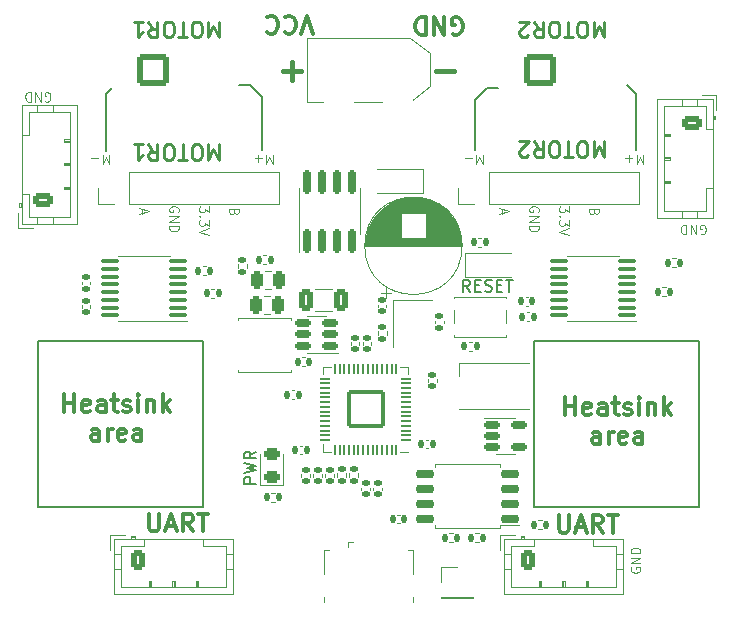
<source format=gbr>
%TF.GenerationSoftware,KiCad,Pcbnew,7.0.8*%
%TF.CreationDate,2024-07-05T14:08:20-04:00*%
%TF.ProjectId,motor-driver,6d6f746f-722d-4647-9269-7665722e6b69,rev?*%
%TF.SameCoordinates,Original*%
%TF.FileFunction,Legend,Top*%
%TF.FilePolarity,Positive*%
%FSLAX46Y46*%
G04 Gerber Fmt 4.6, Leading zero omitted, Abs format (unit mm)*
G04 Created by KiCad (PCBNEW 7.0.8) date 2024-07-05 14:08:20*
%MOMM*%
%LPD*%
G01*
G04 APERTURE LIST*
G04 Aperture macros list*
%AMRoundRect*
0 Rectangle with rounded corners*
0 $1 Rounding radius*
0 $2 $3 $4 $5 $6 $7 $8 $9 X,Y pos of 4 corners*
0 Add a 4 corners polygon primitive as box body*
4,1,4,$2,$3,$4,$5,$6,$7,$8,$9,$2,$3,0*
0 Add four circle primitives for the rounded corners*
1,1,$1+$1,$2,$3*
1,1,$1+$1,$4,$5*
1,1,$1+$1,$6,$7*
1,1,$1+$1,$8,$9*
0 Add four rect primitives between the rounded corners*
20,1,$1+$1,$2,$3,$4,$5,0*
20,1,$1+$1,$4,$5,$6,$7,0*
20,1,$1+$1,$6,$7,$8,$9,0*
20,1,$1+$1,$8,$9,$2,$3,0*%
G04 Aperture macros list end*
%ADD10C,0.150000*%
%ADD11C,0.120000*%
%ADD12C,0.300000*%
%ADD13C,0.250000*%
%ADD14C,0.400000*%
%ADD15RoundRect,0.135000X-0.135000X-0.185000X0.135000X-0.185000X0.135000X0.185000X-0.135000X0.185000X0*%
%ADD16RoundRect,0.140000X-0.170000X0.140000X-0.170000X-0.140000X0.170000X-0.140000X0.170000X0.140000X0*%
%ADD17RoundRect,0.250000X0.250000X0.475000X-0.250000X0.475000X-0.250000X-0.475000X0.250000X-0.475000X0*%
%ADD18RoundRect,0.140000X-0.140000X-0.170000X0.140000X-0.170000X0.140000X0.170000X-0.140000X0.170000X0*%
%ADD19R,2.460000X3.550000*%
%ADD20RoundRect,0.097500X0.690000X0.097500X-0.690000X0.097500X-0.690000X-0.097500X0.690000X-0.097500X0*%
%ADD21RoundRect,0.250000X-0.625000X0.350000X-0.625000X-0.350000X0.625000X-0.350000X0.625000X0.350000X0*%
%ADD22O,1.750000X1.200000*%
%ADD23RoundRect,0.140000X0.170000X-0.140000X0.170000X0.140000X-0.170000X0.140000X-0.170000X-0.140000X0*%
%ADD24C,0.800000*%
%ADD25C,6.400000*%
%ADD26RoundRect,0.250000X-0.350000X-0.625000X0.350000X-0.625000X0.350000X0.625000X-0.350000X0.625000X0*%
%ADD27O,1.200000X1.750000*%
%ADD28RoundRect,0.140000X0.140000X0.170000X-0.140000X0.170000X-0.140000X-0.170000X0.140000X-0.170000X0*%
%ADD29RoundRect,0.150000X0.650000X0.150000X-0.650000X0.150000X-0.650000X-0.150000X0.650000X-0.150000X0*%
%ADD30R,1.200000X1.400000*%
%ADD31R,1.050000X0.650000*%
%ADD32R,3.000000X3.000000*%
%ADD33C,3.000000*%
%ADD34R,1.700000X1.700000*%
%ADD35O,1.700000X1.700000*%
%ADD36RoundRect,0.135000X0.135000X0.185000X-0.135000X0.185000X-0.135000X-0.185000X0.135000X-0.185000X0*%
%ADD37RoundRect,0.243750X0.456250X-0.243750X0.456250X0.243750X-0.456250X0.243750X-0.456250X-0.243750X0*%
%ADD38RoundRect,0.250001X-1.099999X-1.099999X1.099999X-1.099999X1.099999X1.099999X-1.099999X1.099999X0*%
%ADD39C,2.700000*%
%ADD40R,0.400000X1.350000*%
%ADD41O,0.890000X1.550000*%
%ADD42R,1.200000X1.550000*%
%ADD43O,1.250000X0.950000*%
%ADD44R,1.500000X1.550000*%
%ADD45R,2.600000X2.600000*%
%ADD46C,2.600000*%
%ADD47RoundRect,0.135000X0.185000X-0.135000X0.185000X0.135000X-0.185000X0.135000X-0.185000X-0.135000X0*%
%ADD48RoundRect,0.150000X0.512500X0.150000X-0.512500X0.150000X-0.512500X-0.150000X0.512500X-0.150000X0*%
%ADD49R,1.100000X1.100000*%
%ADD50RoundRect,0.150000X-0.512500X-0.150000X0.512500X-0.150000X0.512500X0.150000X-0.512500X0.150000X0*%
%ADD51R,1.100000X3.700000*%
%ADD52RoundRect,0.250000X-0.325000X-0.650000X0.325000X-0.650000X0.325000X0.650000X-0.325000X0.650000X0*%
%ADD53R,1.600000X0.850000*%
%ADD54R,0.900000X1.200000*%
%ADD55RoundRect,0.150000X0.150000X-0.825000X0.150000X0.825000X-0.150000X0.825000X-0.150000X-0.825000X0*%
%ADD56R,1.600000X1.600000*%
%ADD57C,1.600000*%
%ADD58RoundRect,0.250000X0.625000X-0.350000X0.625000X0.350000X-0.625000X0.350000X-0.625000X-0.350000X0*%
%ADD59RoundRect,0.050000X0.387500X0.050000X-0.387500X0.050000X-0.387500X-0.050000X0.387500X-0.050000X0*%
%ADD60RoundRect,0.050000X0.050000X0.387500X-0.050000X0.387500X-0.050000X-0.387500X0.050000X-0.387500X0*%
%ADD61RoundRect,0.144000X1.456000X1.456000X-1.456000X1.456000X-1.456000X-1.456000X1.456000X-1.456000X0*%
G04 APERTURE END LIST*
D10*
X164000000Y-113000000D02*
X178000000Y-113000000D01*
X178000000Y-127000000D01*
X164000000Y-127000000D01*
X164000000Y-113000000D01*
X122000000Y-113000000D02*
X136000000Y-113000000D01*
X136000000Y-127000000D01*
X122000000Y-127000000D01*
X122000000Y-113000000D01*
X159000000Y-96750000D02*
X159000000Y-92574000D01*
X172606000Y-96750000D02*
X172606000Y-92074000D01*
X172606000Y-92074000D02*
X171848000Y-91316000D01*
X140000000Y-91312000D02*
X139000000Y-91312000D01*
X127750000Y-92070000D02*
X128250000Y-91570000D01*
X141000000Y-92320000D02*
X140000000Y-91320000D01*
X141000000Y-96750000D02*
X141000000Y-92320000D01*
X160000000Y-91566000D02*
X161000000Y-91566000D01*
X159000000Y-92574000D02*
X160000000Y-91574000D01*
X127750000Y-96900000D02*
X127750000Y-92070000D01*
D11*
X138625192Y-102037142D02*
X138587097Y-102151428D01*
X138587097Y-102151428D02*
X138549001Y-102189523D01*
X138549001Y-102189523D02*
X138472811Y-102227619D01*
X138472811Y-102227619D02*
X138358525Y-102227619D01*
X138358525Y-102227619D02*
X138282335Y-102189523D01*
X138282335Y-102189523D02*
X138244240Y-102151428D01*
X138244240Y-102151428D02*
X138206144Y-102075238D01*
X138206144Y-102075238D02*
X138206144Y-101770476D01*
X138206144Y-101770476D02*
X139006144Y-101770476D01*
X139006144Y-101770476D02*
X139006144Y-102037142D01*
X139006144Y-102037142D02*
X138968049Y-102113333D01*
X138968049Y-102113333D02*
X138929954Y-102151428D01*
X138929954Y-102151428D02*
X138853763Y-102189523D01*
X138853763Y-102189523D02*
X138777573Y-102189523D01*
X138777573Y-102189523D02*
X138701382Y-102151428D01*
X138701382Y-102151428D02*
X138663287Y-102113333D01*
X138663287Y-102113333D02*
X138625192Y-102037142D01*
X138625192Y-102037142D02*
X138625192Y-101770476D01*
X172226950Y-132134523D02*
X172188855Y-132210713D01*
X172188855Y-132210713D02*
X172188855Y-132324999D01*
X172188855Y-132324999D02*
X172226950Y-132439285D01*
X172226950Y-132439285D02*
X172303140Y-132515475D01*
X172303140Y-132515475D02*
X172379331Y-132553570D01*
X172379331Y-132553570D02*
X172531712Y-132591666D01*
X172531712Y-132591666D02*
X172645998Y-132591666D01*
X172645998Y-132591666D02*
X172798379Y-132553570D01*
X172798379Y-132553570D02*
X172874569Y-132515475D01*
X172874569Y-132515475D02*
X172950760Y-132439285D01*
X172950760Y-132439285D02*
X172988855Y-132324999D01*
X172988855Y-132324999D02*
X172988855Y-132248808D01*
X172988855Y-132248808D02*
X172950760Y-132134523D01*
X172950760Y-132134523D02*
X172912664Y-132096427D01*
X172912664Y-132096427D02*
X172645998Y-132096427D01*
X172645998Y-132096427D02*
X172645998Y-132248808D01*
X172988855Y-131753570D02*
X172188855Y-131753570D01*
X172188855Y-131753570D02*
X172988855Y-131296427D01*
X172988855Y-131296427D02*
X172188855Y-131296427D01*
X172988855Y-130915475D02*
X172188855Y-130915475D01*
X172188855Y-130915475D02*
X172188855Y-130724999D01*
X172188855Y-130724999D02*
X172226950Y-130610713D01*
X172226950Y-130610713D02*
X172303140Y-130534523D01*
X172303140Y-130534523D02*
X172379331Y-130496428D01*
X172379331Y-130496428D02*
X172531712Y-130458332D01*
X172531712Y-130458332D02*
X172645998Y-130458332D01*
X172645998Y-130458332D02*
X172798379Y-130496428D01*
X172798379Y-130496428D02*
X172874569Y-130534523D01*
X172874569Y-130534523D02*
X172950760Y-130610713D01*
X172950760Y-130610713D02*
X172988855Y-130724999D01*
X172988855Y-130724999D02*
X172988855Y-130915475D01*
X141871904Y-97171144D02*
X141871904Y-97971144D01*
X141871904Y-97971144D02*
X141605238Y-97399716D01*
X141605238Y-97399716D02*
X141338571Y-97971144D01*
X141338571Y-97971144D02*
X141338571Y-97171144D01*
X140957618Y-97475906D02*
X140348095Y-97475906D01*
X140652856Y-97171144D02*
X140652856Y-97780668D01*
D12*
X131407142Y-127578328D02*
X131407142Y-128792614D01*
X131407142Y-128792614D02*
X131478571Y-128935471D01*
X131478571Y-128935471D02*
X131550000Y-129006900D01*
X131550000Y-129006900D02*
X131692857Y-129078328D01*
X131692857Y-129078328D02*
X131978571Y-129078328D01*
X131978571Y-129078328D02*
X132121428Y-129006900D01*
X132121428Y-129006900D02*
X132192857Y-128935471D01*
X132192857Y-128935471D02*
X132264285Y-128792614D01*
X132264285Y-128792614D02*
X132264285Y-127578328D01*
X132907143Y-128649757D02*
X133621429Y-128649757D01*
X132764286Y-129078328D02*
X133264286Y-127578328D01*
X133264286Y-127578328D02*
X133764286Y-129078328D01*
X135121428Y-129078328D02*
X134621428Y-128364042D01*
X134264285Y-129078328D02*
X134264285Y-127578328D01*
X134264285Y-127578328D02*
X134835714Y-127578328D01*
X134835714Y-127578328D02*
X134978571Y-127649757D01*
X134978571Y-127649757D02*
X135050000Y-127721185D01*
X135050000Y-127721185D02*
X135121428Y-127864042D01*
X135121428Y-127864042D02*
X135121428Y-128078328D01*
X135121428Y-128078328D02*
X135050000Y-128221185D01*
X135050000Y-128221185D02*
X134978571Y-128292614D01*
X134978571Y-128292614D02*
X134835714Y-128364042D01*
X134835714Y-128364042D02*
X134264285Y-128364042D01*
X135550000Y-127578328D02*
X136407143Y-127578328D01*
X135978571Y-129078328D02*
X135978571Y-127578328D01*
D10*
X158580618Y-108784819D02*
X158247285Y-108308628D01*
X158009190Y-108784819D02*
X158009190Y-107784819D01*
X158009190Y-107784819D02*
X158390142Y-107784819D01*
X158390142Y-107784819D02*
X158485380Y-107832438D01*
X158485380Y-107832438D02*
X158532999Y-107880057D01*
X158532999Y-107880057D02*
X158580618Y-107975295D01*
X158580618Y-107975295D02*
X158580618Y-108118152D01*
X158580618Y-108118152D02*
X158532999Y-108213390D01*
X158532999Y-108213390D02*
X158485380Y-108261009D01*
X158485380Y-108261009D02*
X158390142Y-108308628D01*
X158390142Y-108308628D02*
X158009190Y-108308628D01*
X159009190Y-108261009D02*
X159342523Y-108261009D01*
X159485380Y-108784819D02*
X159009190Y-108784819D01*
X159009190Y-108784819D02*
X159009190Y-107784819D01*
X159009190Y-107784819D02*
X159485380Y-107784819D01*
X159866333Y-108737200D02*
X160009190Y-108784819D01*
X160009190Y-108784819D02*
X160247285Y-108784819D01*
X160247285Y-108784819D02*
X160342523Y-108737200D01*
X160342523Y-108737200D02*
X160390142Y-108689580D01*
X160390142Y-108689580D02*
X160437761Y-108594342D01*
X160437761Y-108594342D02*
X160437761Y-108499104D01*
X160437761Y-108499104D02*
X160390142Y-108403866D01*
X160390142Y-108403866D02*
X160342523Y-108356247D01*
X160342523Y-108356247D02*
X160247285Y-108308628D01*
X160247285Y-108308628D02*
X160056809Y-108261009D01*
X160056809Y-108261009D02*
X159961571Y-108213390D01*
X159961571Y-108213390D02*
X159913952Y-108165771D01*
X159913952Y-108165771D02*
X159866333Y-108070533D01*
X159866333Y-108070533D02*
X159866333Y-107975295D01*
X159866333Y-107975295D02*
X159913952Y-107880057D01*
X159913952Y-107880057D02*
X159961571Y-107832438D01*
X159961571Y-107832438D02*
X160056809Y-107784819D01*
X160056809Y-107784819D02*
X160294904Y-107784819D01*
X160294904Y-107784819D02*
X160437761Y-107832438D01*
X160866333Y-108261009D02*
X161199666Y-108261009D01*
X161342523Y-108784819D02*
X160866333Y-108784819D01*
X160866333Y-108784819D02*
X160866333Y-107784819D01*
X160866333Y-107784819D02*
X161342523Y-107784819D01*
X161628238Y-107784819D02*
X162199666Y-107784819D01*
X161913952Y-108784819D02*
X161913952Y-107784819D01*
D11*
X169105192Y-102037142D02*
X169067097Y-102151428D01*
X169067097Y-102151428D02*
X169029001Y-102189523D01*
X169029001Y-102189523D02*
X168952811Y-102227619D01*
X168952811Y-102227619D02*
X168838525Y-102227619D01*
X168838525Y-102227619D02*
X168762335Y-102189523D01*
X168762335Y-102189523D02*
X168724240Y-102151428D01*
X168724240Y-102151428D02*
X168686144Y-102075238D01*
X168686144Y-102075238D02*
X168686144Y-101770476D01*
X168686144Y-101770476D02*
X169486144Y-101770476D01*
X169486144Y-101770476D02*
X169486144Y-102037142D01*
X169486144Y-102037142D02*
X169448049Y-102113333D01*
X169448049Y-102113333D02*
X169409954Y-102151428D01*
X169409954Y-102151428D02*
X169333763Y-102189523D01*
X169333763Y-102189523D02*
X169257573Y-102189523D01*
X169257573Y-102189523D02*
X169181382Y-102151428D01*
X169181382Y-102151428D02*
X169143287Y-102113333D01*
X169143287Y-102113333D02*
X169105192Y-102037142D01*
X169105192Y-102037142D02*
X169105192Y-101770476D01*
D13*
X137303523Y-96311595D02*
X137303523Y-97611595D01*
X137303523Y-97611595D02*
X136870189Y-96683023D01*
X136870189Y-96683023D02*
X136436856Y-97611595D01*
X136436856Y-97611595D02*
X136436856Y-96311595D01*
X135570190Y-97611595D02*
X135322571Y-97611595D01*
X135322571Y-97611595D02*
X135198761Y-97549690D01*
X135198761Y-97549690D02*
X135074952Y-97425880D01*
X135074952Y-97425880D02*
X135013047Y-97178261D01*
X135013047Y-97178261D02*
X135013047Y-96744928D01*
X135013047Y-96744928D02*
X135074952Y-96497309D01*
X135074952Y-96497309D02*
X135198761Y-96373500D01*
X135198761Y-96373500D02*
X135322571Y-96311595D01*
X135322571Y-96311595D02*
X135570190Y-96311595D01*
X135570190Y-96311595D02*
X135693999Y-96373500D01*
X135693999Y-96373500D02*
X135817809Y-96497309D01*
X135817809Y-96497309D02*
X135879713Y-96744928D01*
X135879713Y-96744928D02*
X135879713Y-97178261D01*
X135879713Y-97178261D02*
X135817809Y-97425880D01*
X135817809Y-97425880D02*
X135693999Y-97549690D01*
X135693999Y-97549690D02*
X135570190Y-97611595D01*
X134641618Y-97611595D02*
X133898761Y-97611595D01*
X134270189Y-96311595D02*
X134270189Y-97611595D01*
X133217809Y-97611595D02*
X132970190Y-97611595D01*
X132970190Y-97611595D02*
X132846380Y-97549690D01*
X132846380Y-97549690D02*
X132722571Y-97425880D01*
X132722571Y-97425880D02*
X132660666Y-97178261D01*
X132660666Y-97178261D02*
X132660666Y-96744928D01*
X132660666Y-96744928D02*
X132722571Y-96497309D01*
X132722571Y-96497309D02*
X132846380Y-96373500D01*
X132846380Y-96373500D02*
X132970190Y-96311595D01*
X132970190Y-96311595D02*
X133217809Y-96311595D01*
X133217809Y-96311595D02*
X133341618Y-96373500D01*
X133341618Y-96373500D02*
X133465428Y-96497309D01*
X133465428Y-96497309D02*
X133527332Y-96744928D01*
X133527332Y-96744928D02*
X133527332Y-97178261D01*
X133527332Y-97178261D02*
X133465428Y-97425880D01*
X133465428Y-97425880D02*
X133341618Y-97549690D01*
X133341618Y-97549690D02*
X133217809Y-97611595D01*
X131360666Y-96311595D02*
X131793999Y-96930642D01*
X132103523Y-96311595D02*
X132103523Y-97611595D01*
X132103523Y-97611595D02*
X131608285Y-97611595D01*
X131608285Y-97611595D02*
X131484475Y-97549690D01*
X131484475Y-97549690D02*
X131422570Y-97487785D01*
X131422570Y-97487785D02*
X131360666Y-97363976D01*
X131360666Y-97363976D02*
X131360666Y-97178261D01*
X131360666Y-97178261D02*
X131422570Y-97054452D01*
X131422570Y-97054452D02*
X131484475Y-96992547D01*
X131484475Y-96992547D02*
X131608285Y-96930642D01*
X131608285Y-96930642D02*
X132103523Y-96930642D01*
X130122570Y-96311595D02*
X130865427Y-96311595D01*
X130493999Y-96311595D02*
X130493999Y-97611595D01*
X130493999Y-97611595D02*
X130617808Y-97425880D01*
X130617808Y-97425880D02*
X130741618Y-97302071D01*
X130741618Y-97302071D02*
X130865427Y-97240166D01*
D11*
X133888049Y-102005476D02*
X133926144Y-101929286D01*
X133926144Y-101929286D02*
X133926144Y-101815000D01*
X133926144Y-101815000D02*
X133888049Y-101700714D01*
X133888049Y-101700714D02*
X133811859Y-101624524D01*
X133811859Y-101624524D02*
X133735668Y-101586429D01*
X133735668Y-101586429D02*
X133583287Y-101548333D01*
X133583287Y-101548333D02*
X133469001Y-101548333D01*
X133469001Y-101548333D02*
X133316620Y-101586429D01*
X133316620Y-101586429D02*
X133240430Y-101624524D01*
X133240430Y-101624524D02*
X133164240Y-101700714D01*
X133164240Y-101700714D02*
X133126144Y-101815000D01*
X133126144Y-101815000D02*
X133126144Y-101891191D01*
X133126144Y-101891191D02*
X133164240Y-102005476D01*
X133164240Y-102005476D02*
X133202335Y-102043572D01*
X133202335Y-102043572D02*
X133469001Y-102043572D01*
X133469001Y-102043572D02*
X133469001Y-101891191D01*
X133126144Y-102386429D02*
X133926144Y-102386429D01*
X133926144Y-102386429D02*
X133126144Y-102843572D01*
X133126144Y-102843572D02*
X133926144Y-102843572D01*
X133126144Y-103224524D02*
X133926144Y-103224524D01*
X133926144Y-103224524D02*
X133926144Y-103415000D01*
X133926144Y-103415000D02*
X133888049Y-103529286D01*
X133888049Y-103529286D02*
X133811859Y-103605476D01*
X133811859Y-103605476D02*
X133735668Y-103643571D01*
X133735668Y-103643571D02*
X133583287Y-103681667D01*
X133583287Y-103681667D02*
X133469001Y-103681667D01*
X133469001Y-103681667D02*
X133316620Y-103643571D01*
X133316620Y-103643571D02*
X133240430Y-103605476D01*
X133240430Y-103605476D02*
X133164240Y-103529286D01*
X133164240Y-103529286D02*
X133126144Y-103415000D01*
X133126144Y-103415000D02*
X133126144Y-103224524D01*
X166936144Y-101569047D02*
X166936144Y-102064285D01*
X166936144Y-102064285D02*
X166631382Y-101797619D01*
X166631382Y-101797619D02*
X166631382Y-101911904D01*
X166631382Y-101911904D02*
X166593287Y-101988095D01*
X166593287Y-101988095D02*
X166555192Y-102026190D01*
X166555192Y-102026190D02*
X166479001Y-102064285D01*
X166479001Y-102064285D02*
X166288525Y-102064285D01*
X166288525Y-102064285D02*
X166212335Y-102026190D01*
X166212335Y-102026190D02*
X166174240Y-101988095D01*
X166174240Y-101988095D02*
X166136144Y-101911904D01*
X166136144Y-101911904D02*
X166136144Y-101683333D01*
X166136144Y-101683333D02*
X166174240Y-101607142D01*
X166174240Y-101607142D02*
X166212335Y-101569047D01*
X166212335Y-102407143D02*
X166174240Y-102445238D01*
X166174240Y-102445238D02*
X166136144Y-102407143D01*
X166136144Y-102407143D02*
X166174240Y-102369047D01*
X166174240Y-102369047D02*
X166212335Y-102407143D01*
X166212335Y-102407143D02*
X166136144Y-102407143D01*
X166936144Y-102711904D02*
X166936144Y-103207142D01*
X166936144Y-103207142D02*
X166631382Y-102940476D01*
X166631382Y-102940476D02*
X166631382Y-103054761D01*
X166631382Y-103054761D02*
X166593287Y-103130952D01*
X166593287Y-103130952D02*
X166555192Y-103169047D01*
X166555192Y-103169047D02*
X166479001Y-103207142D01*
X166479001Y-103207142D02*
X166288525Y-103207142D01*
X166288525Y-103207142D02*
X166212335Y-103169047D01*
X166212335Y-103169047D02*
X166174240Y-103130952D01*
X166174240Y-103130952D02*
X166136144Y-103054761D01*
X166136144Y-103054761D02*
X166136144Y-102826190D01*
X166136144Y-102826190D02*
X166174240Y-102749999D01*
X166174240Y-102749999D02*
X166212335Y-102711904D01*
X166936144Y-103435714D02*
X166136144Y-103702381D01*
X166136144Y-103702381D02*
X166936144Y-103969047D01*
X173240904Y-97171144D02*
X173240904Y-97971144D01*
X173240904Y-97971144D02*
X172974238Y-97399716D01*
X172974238Y-97399716D02*
X172707571Y-97971144D01*
X172707571Y-97971144D02*
X172707571Y-97171144D01*
X172326618Y-97475906D02*
X171717095Y-97475906D01*
X172021856Y-97171144D02*
X172021856Y-97780668D01*
D12*
X166107142Y-127678328D02*
X166107142Y-128892614D01*
X166107142Y-128892614D02*
X166178571Y-129035471D01*
X166178571Y-129035471D02*
X166250000Y-129106900D01*
X166250000Y-129106900D02*
X166392857Y-129178328D01*
X166392857Y-129178328D02*
X166678571Y-129178328D01*
X166678571Y-129178328D02*
X166821428Y-129106900D01*
X166821428Y-129106900D02*
X166892857Y-129035471D01*
X166892857Y-129035471D02*
X166964285Y-128892614D01*
X166964285Y-128892614D02*
X166964285Y-127678328D01*
X167607143Y-128749757D02*
X168321429Y-128749757D01*
X167464286Y-129178328D02*
X167964286Y-127678328D01*
X167964286Y-127678328D02*
X168464286Y-129178328D01*
X169821428Y-129178328D02*
X169321428Y-128464042D01*
X168964285Y-129178328D02*
X168964285Y-127678328D01*
X168964285Y-127678328D02*
X169535714Y-127678328D01*
X169535714Y-127678328D02*
X169678571Y-127749757D01*
X169678571Y-127749757D02*
X169750000Y-127821185D01*
X169750000Y-127821185D02*
X169821428Y-127964042D01*
X169821428Y-127964042D02*
X169821428Y-128178328D01*
X169821428Y-128178328D02*
X169750000Y-128321185D01*
X169750000Y-128321185D02*
X169678571Y-128392614D01*
X169678571Y-128392614D02*
X169535714Y-128464042D01*
X169535714Y-128464042D02*
X168964285Y-128464042D01*
X170250000Y-127678328D02*
X171107143Y-127678328D01*
X170678571Y-129178328D02*
X170678571Y-127678328D01*
D11*
X128028904Y-97171144D02*
X128028904Y-97971144D01*
X128028904Y-97971144D02*
X127762238Y-97399716D01*
X127762238Y-97399716D02*
X127495571Y-97971144D01*
X127495571Y-97971144D02*
X127495571Y-97171144D01*
X127114618Y-97475906D02*
X126505095Y-97475906D01*
X159651904Y-97171144D02*
X159651904Y-97971144D01*
X159651904Y-97971144D02*
X159385238Y-97399716D01*
X159385238Y-97399716D02*
X159118571Y-97971144D01*
X159118571Y-97971144D02*
X159118571Y-97171144D01*
X158737618Y-97475906D02*
X158128095Y-97475906D01*
D12*
X166653427Y-119230828D02*
X166653427Y-117730828D01*
X166653427Y-118445114D02*
X167510570Y-118445114D01*
X167510570Y-119230828D02*
X167510570Y-117730828D01*
X168796285Y-119159400D02*
X168653428Y-119230828D01*
X168653428Y-119230828D02*
X168367714Y-119230828D01*
X168367714Y-119230828D02*
X168224856Y-119159400D01*
X168224856Y-119159400D02*
X168153428Y-119016542D01*
X168153428Y-119016542D02*
X168153428Y-118445114D01*
X168153428Y-118445114D02*
X168224856Y-118302257D01*
X168224856Y-118302257D02*
X168367714Y-118230828D01*
X168367714Y-118230828D02*
X168653428Y-118230828D01*
X168653428Y-118230828D02*
X168796285Y-118302257D01*
X168796285Y-118302257D02*
X168867714Y-118445114D01*
X168867714Y-118445114D02*
X168867714Y-118587971D01*
X168867714Y-118587971D02*
X168153428Y-118730828D01*
X170153428Y-119230828D02*
X170153428Y-118445114D01*
X170153428Y-118445114D02*
X170081999Y-118302257D01*
X170081999Y-118302257D02*
X169939142Y-118230828D01*
X169939142Y-118230828D02*
X169653428Y-118230828D01*
X169653428Y-118230828D02*
X169510570Y-118302257D01*
X170153428Y-119159400D02*
X170010570Y-119230828D01*
X170010570Y-119230828D02*
X169653428Y-119230828D01*
X169653428Y-119230828D02*
X169510570Y-119159400D01*
X169510570Y-119159400D02*
X169439142Y-119016542D01*
X169439142Y-119016542D02*
X169439142Y-118873685D01*
X169439142Y-118873685D02*
X169510570Y-118730828D01*
X169510570Y-118730828D02*
X169653428Y-118659400D01*
X169653428Y-118659400D02*
X170010570Y-118659400D01*
X170010570Y-118659400D02*
X170153428Y-118587971D01*
X170653428Y-118230828D02*
X171224856Y-118230828D01*
X170867713Y-117730828D02*
X170867713Y-119016542D01*
X170867713Y-119016542D02*
X170939142Y-119159400D01*
X170939142Y-119159400D02*
X171081999Y-119230828D01*
X171081999Y-119230828D02*
X171224856Y-119230828D01*
X171653428Y-119159400D02*
X171796285Y-119230828D01*
X171796285Y-119230828D02*
X172081999Y-119230828D01*
X172081999Y-119230828D02*
X172224856Y-119159400D01*
X172224856Y-119159400D02*
X172296285Y-119016542D01*
X172296285Y-119016542D02*
X172296285Y-118945114D01*
X172296285Y-118945114D02*
X172224856Y-118802257D01*
X172224856Y-118802257D02*
X172081999Y-118730828D01*
X172081999Y-118730828D02*
X171867714Y-118730828D01*
X171867714Y-118730828D02*
X171724856Y-118659400D01*
X171724856Y-118659400D02*
X171653428Y-118516542D01*
X171653428Y-118516542D02*
X171653428Y-118445114D01*
X171653428Y-118445114D02*
X171724856Y-118302257D01*
X171724856Y-118302257D02*
X171867714Y-118230828D01*
X171867714Y-118230828D02*
X172081999Y-118230828D01*
X172081999Y-118230828D02*
X172224856Y-118302257D01*
X172939142Y-119230828D02*
X172939142Y-118230828D01*
X172939142Y-117730828D02*
X172867714Y-117802257D01*
X172867714Y-117802257D02*
X172939142Y-117873685D01*
X172939142Y-117873685D02*
X173010571Y-117802257D01*
X173010571Y-117802257D02*
X172939142Y-117730828D01*
X172939142Y-117730828D02*
X172939142Y-117873685D01*
X173653428Y-118230828D02*
X173653428Y-119230828D01*
X173653428Y-118373685D02*
X173724857Y-118302257D01*
X173724857Y-118302257D02*
X173867714Y-118230828D01*
X173867714Y-118230828D02*
X174082000Y-118230828D01*
X174082000Y-118230828D02*
X174224857Y-118302257D01*
X174224857Y-118302257D02*
X174296286Y-118445114D01*
X174296286Y-118445114D02*
X174296286Y-119230828D01*
X175010571Y-119230828D02*
X175010571Y-117730828D01*
X175153429Y-118659400D02*
X175582000Y-119230828D01*
X175582000Y-118230828D02*
X175010571Y-118802257D01*
X169617715Y-121645828D02*
X169617715Y-120860114D01*
X169617715Y-120860114D02*
X169546286Y-120717257D01*
X169546286Y-120717257D02*
X169403429Y-120645828D01*
X169403429Y-120645828D02*
X169117715Y-120645828D01*
X169117715Y-120645828D02*
X168974857Y-120717257D01*
X169617715Y-121574400D02*
X169474857Y-121645828D01*
X169474857Y-121645828D02*
X169117715Y-121645828D01*
X169117715Y-121645828D02*
X168974857Y-121574400D01*
X168974857Y-121574400D02*
X168903429Y-121431542D01*
X168903429Y-121431542D02*
X168903429Y-121288685D01*
X168903429Y-121288685D02*
X168974857Y-121145828D01*
X168974857Y-121145828D02*
X169117715Y-121074400D01*
X169117715Y-121074400D02*
X169474857Y-121074400D01*
X169474857Y-121074400D02*
X169617715Y-121002971D01*
X170332000Y-121645828D02*
X170332000Y-120645828D01*
X170332000Y-120931542D02*
X170403429Y-120788685D01*
X170403429Y-120788685D02*
X170474858Y-120717257D01*
X170474858Y-120717257D02*
X170617715Y-120645828D01*
X170617715Y-120645828D02*
X170760572Y-120645828D01*
X171832000Y-121574400D02*
X171689143Y-121645828D01*
X171689143Y-121645828D02*
X171403429Y-121645828D01*
X171403429Y-121645828D02*
X171260571Y-121574400D01*
X171260571Y-121574400D02*
X171189143Y-121431542D01*
X171189143Y-121431542D02*
X171189143Y-120860114D01*
X171189143Y-120860114D02*
X171260571Y-120717257D01*
X171260571Y-120717257D02*
X171403429Y-120645828D01*
X171403429Y-120645828D02*
X171689143Y-120645828D01*
X171689143Y-120645828D02*
X171832000Y-120717257D01*
X171832000Y-120717257D02*
X171903429Y-120860114D01*
X171903429Y-120860114D02*
X171903429Y-121002971D01*
X171903429Y-121002971D02*
X171189143Y-121145828D01*
X173189143Y-121645828D02*
X173189143Y-120860114D01*
X173189143Y-120860114D02*
X173117714Y-120717257D01*
X173117714Y-120717257D02*
X172974857Y-120645828D01*
X172974857Y-120645828D02*
X172689143Y-120645828D01*
X172689143Y-120645828D02*
X172546285Y-120717257D01*
X173189143Y-121574400D02*
X173046285Y-121645828D01*
X173046285Y-121645828D02*
X172689143Y-121645828D01*
X172689143Y-121645828D02*
X172546285Y-121574400D01*
X172546285Y-121574400D02*
X172474857Y-121431542D01*
X172474857Y-121431542D02*
X172474857Y-121288685D01*
X172474857Y-121288685D02*
X172546285Y-121145828D01*
X172546285Y-121145828D02*
X172689143Y-121074400D01*
X172689143Y-121074400D02*
X173046285Y-121074400D01*
X173046285Y-121074400D02*
X173189143Y-121002971D01*
X124235427Y-118976828D02*
X124235427Y-117476828D01*
X124235427Y-118191114D02*
X125092570Y-118191114D01*
X125092570Y-118976828D02*
X125092570Y-117476828D01*
X126378285Y-118905400D02*
X126235428Y-118976828D01*
X126235428Y-118976828D02*
X125949714Y-118976828D01*
X125949714Y-118976828D02*
X125806856Y-118905400D01*
X125806856Y-118905400D02*
X125735428Y-118762542D01*
X125735428Y-118762542D02*
X125735428Y-118191114D01*
X125735428Y-118191114D02*
X125806856Y-118048257D01*
X125806856Y-118048257D02*
X125949714Y-117976828D01*
X125949714Y-117976828D02*
X126235428Y-117976828D01*
X126235428Y-117976828D02*
X126378285Y-118048257D01*
X126378285Y-118048257D02*
X126449714Y-118191114D01*
X126449714Y-118191114D02*
X126449714Y-118333971D01*
X126449714Y-118333971D02*
X125735428Y-118476828D01*
X127735428Y-118976828D02*
X127735428Y-118191114D01*
X127735428Y-118191114D02*
X127663999Y-118048257D01*
X127663999Y-118048257D02*
X127521142Y-117976828D01*
X127521142Y-117976828D02*
X127235428Y-117976828D01*
X127235428Y-117976828D02*
X127092570Y-118048257D01*
X127735428Y-118905400D02*
X127592570Y-118976828D01*
X127592570Y-118976828D02*
X127235428Y-118976828D01*
X127235428Y-118976828D02*
X127092570Y-118905400D01*
X127092570Y-118905400D02*
X127021142Y-118762542D01*
X127021142Y-118762542D02*
X127021142Y-118619685D01*
X127021142Y-118619685D02*
X127092570Y-118476828D01*
X127092570Y-118476828D02*
X127235428Y-118405400D01*
X127235428Y-118405400D02*
X127592570Y-118405400D01*
X127592570Y-118405400D02*
X127735428Y-118333971D01*
X128235428Y-117976828D02*
X128806856Y-117976828D01*
X128449713Y-117476828D02*
X128449713Y-118762542D01*
X128449713Y-118762542D02*
X128521142Y-118905400D01*
X128521142Y-118905400D02*
X128663999Y-118976828D01*
X128663999Y-118976828D02*
X128806856Y-118976828D01*
X129235428Y-118905400D02*
X129378285Y-118976828D01*
X129378285Y-118976828D02*
X129663999Y-118976828D01*
X129663999Y-118976828D02*
X129806856Y-118905400D01*
X129806856Y-118905400D02*
X129878285Y-118762542D01*
X129878285Y-118762542D02*
X129878285Y-118691114D01*
X129878285Y-118691114D02*
X129806856Y-118548257D01*
X129806856Y-118548257D02*
X129663999Y-118476828D01*
X129663999Y-118476828D02*
X129449714Y-118476828D01*
X129449714Y-118476828D02*
X129306856Y-118405400D01*
X129306856Y-118405400D02*
X129235428Y-118262542D01*
X129235428Y-118262542D02*
X129235428Y-118191114D01*
X129235428Y-118191114D02*
X129306856Y-118048257D01*
X129306856Y-118048257D02*
X129449714Y-117976828D01*
X129449714Y-117976828D02*
X129663999Y-117976828D01*
X129663999Y-117976828D02*
X129806856Y-118048257D01*
X130521142Y-118976828D02*
X130521142Y-117976828D01*
X130521142Y-117476828D02*
X130449714Y-117548257D01*
X130449714Y-117548257D02*
X130521142Y-117619685D01*
X130521142Y-117619685D02*
X130592571Y-117548257D01*
X130592571Y-117548257D02*
X130521142Y-117476828D01*
X130521142Y-117476828D02*
X130521142Y-117619685D01*
X131235428Y-117976828D02*
X131235428Y-118976828D01*
X131235428Y-118119685D02*
X131306857Y-118048257D01*
X131306857Y-118048257D02*
X131449714Y-117976828D01*
X131449714Y-117976828D02*
X131664000Y-117976828D01*
X131664000Y-117976828D02*
X131806857Y-118048257D01*
X131806857Y-118048257D02*
X131878286Y-118191114D01*
X131878286Y-118191114D02*
X131878286Y-118976828D01*
X132592571Y-118976828D02*
X132592571Y-117476828D01*
X132735429Y-118405400D02*
X133164000Y-118976828D01*
X133164000Y-117976828D02*
X132592571Y-118548257D01*
X127199715Y-121391828D02*
X127199715Y-120606114D01*
X127199715Y-120606114D02*
X127128286Y-120463257D01*
X127128286Y-120463257D02*
X126985429Y-120391828D01*
X126985429Y-120391828D02*
X126699715Y-120391828D01*
X126699715Y-120391828D02*
X126556857Y-120463257D01*
X127199715Y-121320400D02*
X127056857Y-121391828D01*
X127056857Y-121391828D02*
X126699715Y-121391828D01*
X126699715Y-121391828D02*
X126556857Y-121320400D01*
X126556857Y-121320400D02*
X126485429Y-121177542D01*
X126485429Y-121177542D02*
X126485429Y-121034685D01*
X126485429Y-121034685D02*
X126556857Y-120891828D01*
X126556857Y-120891828D02*
X126699715Y-120820400D01*
X126699715Y-120820400D02*
X127056857Y-120820400D01*
X127056857Y-120820400D02*
X127199715Y-120748971D01*
X127914000Y-121391828D02*
X127914000Y-120391828D01*
X127914000Y-120677542D02*
X127985429Y-120534685D01*
X127985429Y-120534685D02*
X128056858Y-120463257D01*
X128056858Y-120463257D02*
X128199715Y-120391828D01*
X128199715Y-120391828D02*
X128342572Y-120391828D01*
X129414000Y-121320400D02*
X129271143Y-121391828D01*
X129271143Y-121391828D02*
X128985429Y-121391828D01*
X128985429Y-121391828D02*
X128842571Y-121320400D01*
X128842571Y-121320400D02*
X128771143Y-121177542D01*
X128771143Y-121177542D02*
X128771143Y-120606114D01*
X128771143Y-120606114D02*
X128842571Y-120463257D01*
X128842571Y-120463257D02*
X128985429Y-120391828D01*
X128985429Y-120391828D02*
X129271143Y-120391828D01*
X129271143Y-120391828D02*
X129414000Y-120463257D01*
X129414000Y-120463257D02*
X129485429Y-120606114D01*
X129485429Y-120606114D02*
X129485429Y-120748971D01*
X129485429Y-120748971D02*
X128771143Y-120891828D01*
X130771143Y-121391828D02*
X130771143Y-120606114D01*
X130771143Y-120606114D02*
X130699714Y-120463257D01*
X130699714Y-120463257D02*
X130556857Y-120391828D01*
X130556857Y-120391828D02*
X130271143Y-120391828D01*
X130271143Y-120391828D02*
X130128285Y-120463257D01*
X130771143Y-121320400D02*
X130628285Y-121391828D01*
X130628285Y-121391828D02*
X130271143Y-121391828D01*
X130271143Y-121391828D02*
X130128285Y-121320400D01*
X130128285Y-121320400D02*
X130056857Y-121177542D01*
X130056857Y-121177542D02*
X130056857Y-121034685D01*
X130056857Y-121034685D02*
X130128285Y-120891828D01*
X130128285Y-120891828D02*
X130271143Y-120820400D01*
X130271143Y-120820400D02*
X130628285Y-120820400D01*
X130628285Y-120820400D02*
X130771143Y-120748971D01*
D11*
X130814716Y-101789523D02*
X130814716Y-102170476D01*
X130586144Y-101713333D02*
X131386144Y-101980000D01*
X131386144Y-101980000D02*
X130586144Y-102246666D01*
D13*
X137303523Y-85911595D02*
X137303523Y-87211595D01*
X137303523Y-87211595D02*
X136870189Y-86283023D01*
X136870189Y-86283023D02*
X136436856Y-87211595D01*
X136436856Y-87211595D02*
X136436856Y-85911595D01*
X135570190Y-87211595D02*
X135322571Y-87211595D01*
X135322571Y-87211595D02*
X135198761Y-87149690D01*
X135198761Y-87149690D02*
X135074952Y-87025880D01*
X135074952Y-87025880D02*
X135013047Y-86778261D01*
X135013047Y-86778261D02*
X135013047Y-86344928D01*
X135013047Y-86344928D02*
X135074952Y-86097309D01*
X135074952Y-86097309D02*
X135198761Y-85973500D01*
X135198761Y-85973500D02*
X135322571Y-85911595D01*
X135322571Y-85911595D02*
X135570190Y-85911595D01*
X135570190Y-85911595D02*
X135693999Y-85973500D01*
X135693999Y-85973500D02*
X135817809Y-86097309D01*
X135817809Y-86097309D02*
X135879713Y-86344928D01*
X135879713Y-86344928D02*
X135879713Y-86778261D01*
X135879713Y-86778261D02*
X135817809Y-87025880D01*
X135817809Y-87025880D02*
X135693999Y-87149690D01*
X135693999Y-87149690D02*
X135570190Y-87211595D01*
X134641618Y-87211595D02*
X133898761Y-87211595D01*
X134270189Y-85911595D02*
X134270189Y-87211595D01*
X133217809Y-87211595D02*
X132970190Y-87211595D01*
X132970190Y-87211595D02*
X132846380Y-87149690D01*
X132846380Y-87149690D02*
X132722571Y-87025880D01*
X132722571Y-87025880D02*
X132660666Y-86778261D01*
X132660666Y-86778261D02*
X132660666Y-86344928D01*
X132660666Y-86344928D02*
X132722571Y-86097309D01*
X132722571Y-86097309D02*
X132846380Y-85973500D01*
X132846380Y-85973500D02*
X132970190Y-85911595D01*
X132970190Y-85911595D02*
X133217809Y-85911595D01*
X133217809Y-85911595D02*
X133341618Y-85973500D01*
X133341618Y-85973500D02*
X133465428Y-86097309D01*
X133465428Y-86097309D02*
X133527332Y-86344928D01*
X133527332Y-86344928D02*
X133527332Y-86778261D01*
X133527332Y-86778261D02*
X133465428Y-87025880D01*
X133465428Y-87025880D02*
X133341618Y-87149690D01*
X133341618Y-87149690D02*
X133217809Y-87211595D01*
X131360666Y-85911595D02*
X131793999Y-86530642D01*
X132103523Y-85911595D02*
X132103523Y-87211595D01*
X132103523Y-87211595D02*
X131608285Y-87211595D01*
X131608285Y-87211595D02*
X131484475Y-87149690D01*
X131484475Y-87149690D02*
X131422570Y-87087785D01*
X131422570Y-87087785D02*
X131360666Y-86963976D01*
X131360666Y-86963976D02*
X131360666Y-86778261D01*
X131360666Y-86778261D02*
X131422570Y-86654452D01*
X131422570Y-86654452D02*
X131484475Y-86592547D01*
X131484475Y-86592547D02*
X131608285Y-86530642D01*
X131608285Y-86530642D02*
X132103523Y-86530642D01*
X130122570Y-85911595D02*
X130865427Y-85911595D01*
X130493999Y-85911595D02*
X130493999Y-87211595D01*
X130493999Y-87211595D02*
X130617808Y-87025880D01*
X130617808Y-87025880D02*
X130741618Y-86902071D01*
X130741618Y-86902071D02*
X130865427Y-86840166D01*
D12*
X157111856Y-86982242D02*
X157254714Y-87053671D01*
X157254714Y-87053671D02*
X157468999Y-87053671D01*
X157468999Y-87053671D02*
X157683285Y-86982242D01*
X157683285Y-86982242D02*
X157826142Y-86839385D01*
X157826142Y-86839385D02*
X157897571Y-86696528D01*
X157897571Y-86696528D02*
X157968999Y-86410814D01*
X157968999Y-86410814D02*
X157968999Y-86196528D01*
X157968999Y-86196528D02*
X157897571Y-85910814D01*
X157897571Y-85910814D02*
X157826142Y-85767957D01*
X157826142Y-85767957D02*
X157683285Y-85625100D01*
X157683285Y-85625100D02*
X157468999Y-85553671D01*
X157468999Y-85553671D02*
X157326142Y-85553671D01*
X157326142Y-85553671D02*
X157111856Y-85625100D01*
X157111856Y-85625100D02*
X157040428Y-85696528D01*
X157040428Y-85696528D02*
X157040428Y-86196528D01*
X157040428Y-86196528D02*
X157326142Y-86196528D01*
X156397571Y-85553671D02*
X156397571Y-87053671D01*
X156397571Y-87053671D02*
X155540428Y-85553671D01*
X155540428Y-85553671D02*
X155540428Y-87053671D01*
X154826142Y-85553671D02*
X154826142Y-87053671D01*
X154826142Y-87053671D02*
X154468999Y-87053671D01*
X154468999Y-87053671D02*
X154254713Y-86982242D01*
X154254713Y-86982242D02*
X154111856Y-86839385D01*
X154111856Y-86839385D02*
X154040427Y-86696528D01*
X154040427Y-86696528D02*
X153968999Y-86410814D01*
X153968999Y-86410814D02*
X153968999Y-86196528D01*
X153968999Y-86196528D02*
X154040427Y-85910814D01*
X154040427Y-85910814D02*
X154111856Y-85767957D01*
X154111856Y-85767957D02*
X154254713Y-85625100D01*
X154254713Y-85625100D02*
X154468999Y-85553671D01*
X154468999Y-85553671D02*
X154826142Y-85553671D01*
D11*
X122609523Y-92648049D02*
X122685713Y-92686144D01*
X122685713Y-92686144D02*
X122799999Y-92686144D01*
X122799999Y-92686144D02*
X122914285Y-92648049D01*
X122914285Y-92648049D02*
X122990475Y-92571859D01*
X122990475Y-92571859D02*
X123028570Y-92495668D01*
X123028570Y-92495668D02*
X123066666Y-92343287D01*
X123066666Y-92343287D02*
X123066666Y-92229001D01*
X123066666Y-92229001D02*
X123028570Y-92076620D01*
X123028570Y-92076620D02*
X122990475Y-92000430D01*
X122990475Y-92000430D02*
X122914285Y-91924240D01*
X122914285Y-91924240D02*
X122799999Y-91886144D01*
X122799999Y-91886144D02*
X122723808Y-91886144D01*
X122723808Y-91886144D02*
X122609523Y-91924240D01*
X122609523Y-91924240D02*
X122571427Y-91962335D01*
X122571427Y-91962335D02*
X122571427Y-92229001D01*
X122571427Y-92229001D02*
X122723808Y-92229001D01*
X122228570Y-91886144D02*
X122228570Y-92686144D01*
X122228570Y-92686144D02*
X121771427Y-91886144D01*
X121771427Y-91886144D02*
X121771427Y-92686144D01*
X121390475Y-91886144D02*
X121390475Y-92686144D01*
X121390475Y-92686144D02*
X121199999Y-92686144D01*
X121199999Y-92686144D02*
X121085713Y-92648049D01*
X121085713Y-92648049D02*
X121009523Y-92571859D01*
X121009523Y-92571859D02*
X120971428Y-92495668D01*
X120971428Y-92495668D02*
X120933332Y-92343287D01*
X120933332Y-92343287D02*
X120933332Y-92229001D01*
X120933332Y-92229001D02*
X120971428Y-92076620D01*
X120971428Y-92076620D02*
X121009523Y-92000430D01*
X121009523Y-92000430D02*
X121085713Y-91924240D01*
X121085713Y-91924240D02*
X121199999Y-91886144D01*
X121199999Y-91886144D02*
X121390475Y-91886144D01*
X164368049Y-102005476D02*
X164406144Y-101929286D01*
X164406144Y-101929286D02*
X164406144Y-101815000D01*
X164406144Y-101815000D02*
X164368049Y-101700714D01*
X164368049Y-101700714D02*
X164291859Y-101624524D01*
X164291859Y-101624524D02*
X164215668Y-101586429D01*
X164215668Y-101586429D02*
X164063287Y-101548333D01*
X164063287Y-101548333D02*
X163949001Y-101548333D01*
X163949001Y-101548333D02*
X163796620Y-101586429D01*
X163796620Y-101586429D02*
X163720430Y-101624524D01*
X163720430Y-101624524D02*
X163644240Y-101700714D01*
X163644240Y-101700714D02*
X163606144Y-101815000D01*
X163606144Y-101815000D02*
X163606144Y-101891191D01*
X163606144Y-101891191D02*
X163644240Y-102005476D01*
X163644240Y-102005476D02*
X163682335Y-102043572D01*
X163682335Y-102043572D02*
X163949001Y-102043572D01*
X163949001Y-102043572D02*
X163949001Y-101891191D01*
X163606144Y-102386429D02*
X164406144Y-102386429D01*
X164406144Y-102386429D02*
X163606144Y-102843572D01*
X163606144Y-102843572D02*
X164406144Y-102843572D01*
X163606144Y-103224524D02*
X164406144Y-103224524D01*
X164406144Y-103224524D02*
X164406144Y-103415000D01*
X164406144Y-103415000D02*
X164368049Y-103529286D01*
X164368049Y-103529286D02*
X164291859Y-103605476D01*
X164291859Y-103605476D02*
X164215668Y-103643571D01*
X164215668Y-103643571D02*
X164063287Y-103681667D01*
X164063287Y-103681667D02*
X163949001Y-103681667D01*
X163949001Y-103681667D02*
X163796620Y-103643571D01*
X163796620Y-103643571D02*
X163720430Y-103605476D01*
X163720430Y-103605476D02*
X163644240Y-103529286D01*
X163644240Y-103529286D02*
X163606144Y-103415000D01*
X163606144Y-103415000D02*
X163606144Y-103224524D01*
X136466144Y-101569047D02*
X136466144Y-102064285D01*
X136466144Y-102064285D02*
X136161382Y-101797619D01*
X136161382Y-101797619D02*
X136161382Y-101911904D01*
X136161382Y-101911904D02*
X136123287Y-101988095D01*
X136123287Y-101988095D02*
X136085192Y-102026190D01*
X136085192Y-102026190D02*
X136009001Y-102064285D01*
X136009001Y-102064285D02*
X135818525Y-102064285D01*
X135818525Y-102064285D02*
X135742335Y-102026190D01*
X135742335Y-102026190D02*
X135704240Y-101988095D01*
X135704240Y-101988095D02*
X135666144Y-101911904D01*
X135666144Y-101911904D02*
X135666144Y-101683333D01*
X135666144Y-101683333D02*
X135704240Y-101607142D01*
X135704240Y-101607142D02*
X135742335Y-101569047D01*
X135742335Y-102407143D02*
X135704240Y-102445238D01*
X135704240Y-102445238D02*
X135666144Y-102407143D01*
X135666144Y-102407143D02*
X135704240Y-102369047D01*
X135704240Y-102369047D02*
X135742335Y-102407143D01*
X135742335Y-102407143D02*
X135666144Y-102407143D01*
X136466144Y-102711904D02*
X136466144Y-103207142D01*
X136466144Y-103207142D02*
X136161382Y-102940476D01*
X136161382Y-102940476D02*
X136161382Y-103054761D01*
X136161382Y-103054761D02*
X136123287Y-103130952D01*
X136123287Y-103130952D02*
X136085192Y-103169047D01*
X136085192Y-103169047D02*
X136009001Y-103207142D01*
X136009001Y-103207142D02*
X135818525Y-103207142D01*
X135818525Y-103207142D02*
X135742335Y-103169047D01*
X135742335Y-103169047D02*
X135704240Y-103130952D01*
X135704240Y-103130952D02*
X135666144Y-103054761D01*
X135666144Y-103054761D02*
X135666144Y-102826190D01*
X135666144Y-102826190D02*
X135704240Y-102749999D01*
X135704240Y-102749999D02*
X135742335Y-102711904D01*
X136466144Y-103435714D02*
X135666144Y-103702381D01*
X135666144Y-103702381D02*
X136466144Y-103969047D01*
X178109523Y-103898049D02*
X178185713Y-103936144D01*
X178185713Y-103936144D02*
X178299999Y-103936144D01*
X178299999Y-103936144D02*
X178414285Y-103898049D01*
X178414285Y-103898049D02*
X178490475Y-103821859D01*
X178490475Y-103821859D02*
X178528570Y-103745668D01*
X178528570Y-103745668D02*
X178566666Y-103593287D01*
X178566666Y-103593287D02*
X178566666Y-103479001D01*
X178566666Y-103479001D02*
X178528570Y-103326620D01*
X178528570Y-103326620D02*
X178490475Y-103250430D01*
X178490475Y-103250430D02*
X178414285Y-103174240D01*
X178414285Y-103174240D02*
X178299999Y-103136144D01*
X178299999Y-103136144D02*
X178223808Y-103136144D01*
X178223808Y-103136144D02*
X178109523Y-103174240D01*
X178109523Y-103174240D02*
X178071427Y-103212335D01*
X178071427Y-103212335D02*
X178071427Y-103479001D01*
X178071427Y-103479001D02*
X178223808Y-103479001D01*
X177728570Y-103136144D02*
X177728570Y-103936144D01*
X177728570Y-103936144D02*
X177271427Y-103136144D01*
X177271427Y-103136144D02*
X177271427Y-103936144D01*
X176890475Y-103136144D02*
X176890475Y-103936144D01*
X176890475Y-103936144D02*
X176699999Y-103936144D01*
X176699999Y-103936144D02*
X176585713Y-103898049D01*
X176585713Y-103898049D02*
X176509523Y-103821859D01*
X176509523Y-103821859D02*
X176471428Y-103745668D01*
X176471428Y-103745668D02*
X176433332Y-103593287D01*
X176433332Y-103593287D02*
X176433332Y-103479001D01*
X176433332Y-103479001D02*
X176471428Y-103326620D01*
X176471428Y-103326620D02*
X176509523Y-103250430D01*
X176509523Y-103250430D02*
X176585713Y-103174240D01*
X176585713Y-103174240D02*
X176699999Y-103136144D01*
X176699999Y-103136144D02*
X176890475Y-103136144D01*
D10*
X140454819Y-125033332D02*
X139454819Y-125033332D01*
X139454819Y-125033332D02*
X139454819Y-124652380D01*
X139454819Y-124652380D02*
X139502438Y-124557142D01*
X139502438Y-124557142D02*
X139550057Y-124509523D01*
X139550057Y-124509523D02*
X139645295Y-124461904D01*
X139645295Y-124461904D02*
X139788152Y-124461904D01*
X139788152Y-124461904D02*
X139883390Y-124509523D01*
X139883390Y-124509523D02*
X139931009Y-124557142D01*
X139931009Y-124557142D02*
X139978628Y-124652380D01*
X139978628Y-124652380D02*
X139978628Y-125033332D01*
X139454819Y-124128570D02*
X140454819Y-123890475D01*
X140454819Y-123890475D02*
X139740533Y-123699999D01*
X139740533Y-123699999D02*
X140454819Y-123509523D01*
X140454819Y-123509523D02*
X139454819Y-123271428D01*
X140454819Y-122319047D02*
X139978628Y-122652380D01*
X140454819Y-122890475D02*
X139454819Y-122890475D01*
X139454819Y-122890475D02*
X139454819Y-122509523D01*
X139454819Y-122509523D02*
X139502438Y-122414285D01*
X139502438Y-122414285D02*
X139550057Y-122366666D01*
X139550057Y-122366666D02*
X139645295Y-122319047D01*
X139645295Y-122319047D02*
X139788152Y-122319047D01*
X139788152Y-122319047D02*
X139883390Y-122366666D01*
X139883390Y-122366666D02*
X139931009Y-122414285D01*
X139931009Y-122414285D02*
X139978628Y-122509523D01*
X139978628Y-122509523D02*
X139978628Y-122890475D01*
D11*
X161294716Y-101789523D02*
X161294716Y-102170476D01*
X161066144Y-101713333D02*
X161866144Y-101980000D01*
X161866144Y-101980000D02*
X161066144Y-102246666D01*
D12*
X145268999Y-86926671D02*
X144768999Y-85426671D01*
X144768999Y-85426671D02*
X144268999Y-86926671D01*
X142911857Y-85569528D02*
X142983285Y-85498100D01*
X142983285Y-85498100D02*
X143197571Y-85426671D01*
X143197571Y-85426671D02*
X143340428Y-85426671D01*
X143340428Y-85426671D02*
X143554714Y-85498100D01*
X143554714Y-85498100D02*
X143697571Y-85640957D01*
X143697571Y-85640957D02*
X143769000Y-85783814D01*
X143769000Y-85783814D02*
X143840428Y-86069528D01*
X143840428Y-86069528D02*
X143840428Y-86283814D01*
X143840428Y-86283814D02*
X143769000Y-86569528D01*
X143769000Y-86569528D02*
X143697571Y-86712385D01*
X143697571Y-86712385D02*
X143554714Y-86855242D01*
X143554714Y-86855242D02*
X143340428Y-86926671D01*
X143340428Y-86926671D02*
X143197571Y-86926671D01*
X143197571Y-86926671D02*
X142983285Y-86855242D01*
X142983285Y-86855242D02*
X142911857Y-86783814D01*
X141411857Y-85569528D02*
X141483285Y-85498100D01*
X141483285Y-85498100D02*
X141697571Y-85426671D01*
X141697571Y-85426671D02*
X141840428Y-85426671D01*
X141840428Y-85426671D02*
X142054714Y-85498100D01*
X142054714Y-85498100D02*
X142197571Y-85640957D01*
X142197571Y-85640957D02*
X142269000Y-85783814D01*
X142269000Y-85783814D02*
X142340428Y-86069528D01*
X142340428Y-86069528D02*
X142340428Y-86283814D01*
X142340428Y-86283814D02*
X142269000Y-86569528D01*
X142269000Y-86569528D02*
X142197571Y-86712385D01*
X142197571Y-86712385D02*
X142054714Y-86855242D01*
X142054714Y-86855242D02*
X141840428Y-86926671D01*
X141840428Y-86926671D02*
X141697571Y-86926671D01*
X141697571Y-86926671D02*
X141483285Y-86855242D01*
X141483285Y-86855242D02*
X141411857Y-86783814D01*
D13*
X169942523Y-96057595D02*
X169942523Y-97357595D01*
X169942523Y-97357595D02*
X169509189Y-96429023D01*
X169509189Y-96429023D02*
X169075856Y-97357595D01*
X169075856Y-97357595D02*
X169075856Y-96057595D01*
X168209190Y-97357595D02*
X167961571Y-97357595D01*
X167961571Y-97357595D02*
X167837761Y-97295690D01*
X167837761Y-97295690D02*
X167713952Y-97171880D01*
X167713952Y-97171880D02*
X167652047Y-96924261D01*
X167652047Y-96924261D02*
X167652047Y-96490928D01*
X167652047Y-96490928D02*
X167713952Y-96243309D01*
X167713952Y-96243309D02*
X167837761Y-96119500D01*
X167837761Y-96119500D02*
X167961571Y-96057595D01*
X167961571Y-96057595D02*
X168209190Y-96057595D01*
X168209190Y-96057595D02*
X168332999Y-96119500D01*
X168332999Y-96119500D02*
X168456809Y-96243309D01*
X168456809Y-96243309D02*
X168518713Y-96490928D01*
X168518713Y-96490928D02*
X168518713Y-96924261D01*
X168518713Y-96924261D02*
X168456809Y-97171880D01*
X168456809Y-97171880D02*
X168332999Y-97295690D01*
X168332999Y-97295690D02*
X168209190Y-97357595D01*
X167280618Y-97357595D02*
X166537761Y-97357595D01*
X166909189Y-96057595D02*
X166909189Y-97357595D01*
X165856809Y-97357595D02*
X165609190Y-97357595D01*
X165609190Y-97357595D02*
X165485380Y-97295690D01*
X165485380Y-97295690D02*
X165361571Y-97171880D01*
X165361571Y-97171880D02*
X165299666Y-96924261D01*
X165299666Y-96924261D02*
X165299666Y-96490928D01*
X165299666Y-96490928D02*
X165361571Y-96243309D01*
X165361571Y-96243309D02*
X165485380Y-96119500D01*
X165485380Y-96119500D02*
X165609190Y-96057595D01*
X165609190Y-96057595D02*
X165856809Y-96057595D01*
X165856809Y-96057595D02*
X165980618Y-96119500D01*
X165980618Y-96119500D02*
X166104428Y-96243309D01*
X166104428Y-96243309D02*
X166166332Y-96490928D01*
X166166332Y-96490928D02*
X166166332Y-96924261D01*
X166166332Y-96924261D02*
X166104428Y-97171880D01*
X166104428Y-97171880D02*
X165980618Y-97295690D01*
X165980618Y-97295690D02*
X165856809Y-97357595D01*
X163999666Y-96057595D02*
X164432999Y-96676642D01*
X164742523Y-96057595D02*
X164742523Y-97357595D01*
X164742523Y-97357595D02*
X164247285Y-97357595D01*
X164247285Y-97357595D02*
X164123475Y-97295690D01*
X164123475Y-97295690D02*
X164061570Y-97233785D01*
X164061570Y-97233785D02*
X163999666Y-97109976D01*
X163999666Y-97109976D02*
X163999666Y-96924261D01*
X163999666Y-96924261D02*
X164061570Y-96800452D01*
X164061570Y-96800452D02*
X164123475Y-96738547D01*
X164123475Y-96738547D02*
X164247285Y-96676642D01*
X164247285Y-96676642D02*
X164742523Y-96676642D01*
X163504427Y-97233785D02*
X163442523Y-97295690D01*
X163442523Y-97295690D02*
X163318713Y-97357595D01*
X163318713Y-97357595D02*
X163009189Y-97357595D01*
X163009189Y-97357595D02*
X162885380Y-97295690D01*
X162885380Y-97295690D02*
X162823475Y-97233785D01*
X162823475Y-97233785D02*
X162761570Y-97109976D01*
X162761570Y-97109976D02*
X162761570Y-96986166D01*
X162761570Y-96986166D02*
X162823475Y-96800452D01*
X162823475Y-96800452D02*
X163566332Y-96057595D01*
X163566332Y-96057595D02*
X162761570Y-96057595D01*
X169942523Y-85911595D02*
X169942523Y-87211595D01*
X169942523Y-87211595D02*
X169509189Y-86283023D01*
X169509189Y-86283023D02*
X169075856Y-87211595D01*
X169075856Y-87211595D02*
X169075856Y-85911595D01*
X168209190Y-87211595D02*
X167961571Y-87211595D01*
X167961571Y-87211595D02*
X167837761Y-87149690D01*
X167837761Y-87149690D02*
X167713952Y-87025880D01*
X167713952Y-87025880D02*
X167652047Y-86778261D01*
X167652047Y-86778261D02*
X167652047Y-86344928D01*
X167652047Y-86344928D02*
X167713952Y-86097309D01*
X167713952Y-86097309D02*
X167837761Y-85973500D01*
X167837761Y-85973500D02*
X167961571Y-85911595D01*
X167961571Y-85911595D02*
X168209190Y-85911595D01*
X168209190Y-85911595D02*
X168332999Y-85973500D01*
X168332999Y-85973500D02*
X168456809Y-86097309D01*
X168456809Y-86097309D02*
X168518713Y-86344928D01*
X168518713Y-86344928D02*
X168518713Y-86778261D01*
X168518713Y-86778261D02*
X168456809Y-87025880D01*
X168456809Y-87025880D02*
X168332999Y-87149690D01*
X168332999Y-87149690D02*
X168209190Y-87211595D01*
X167280618Y-87211595D02*
X166537761Y-87211595D01*
X166909189Y-85911595D02*
X166909189Y-87211595D01*
X165856809Y-87211595D02*
X165609190Y-87211595D01*
X165609190Y-87211595D02*
X165485380Y-87149690D01*
X165485380Y-87149690D02*
X165361571Y-87025880D01*
X165361571Y-87025880D02*
X165299666Y-86778261D01*
X165299666Y-86778261D02*
X165299666Y-86344928D01*
X165299666Y-86344928D02*
X165361571Y-86097309D01*
X165361571Y-86097309D02*
X165485380Y-85973500D01*
X165485380Y-85973500D02*
X165609190Y-85911595D01*
X165609190Y-85911595D02*
X165856809Y-85911595D01*
X165856809Y-85911595D02*
X165980618Y-85973500D01*
X165980618Y-85973500D02*
X166104428Y-86097309D01*
X166104428Y-86097309D02*
X166166332Y-86344928D01*
X166166332Y-86344928D02*
X166166332Y-86778261D01*
X166166332Y-86778261D02*
X166104428Y-87025880D01*
X166104428Y-87025880D02*
X165980618Y-87149690D01*
X165980618Y-87149690D02*
X165856809Y-87211595D01*
X163999666Y-85911595D02*
X164432999Y-86530642D01*
X164742523Y-85911595D02*
X164742523Y-87211595D01*
X164742523Y-87211595D02*
X164247285Y-87211595D01*
X164247285Y-87211595D02*
X164123475Y-87149690D01*
X164123475Y-87149690D02*
X164061570Y-87087785D01*
X164061570Y-87087785D02*
X163999666Y-86963976D01*
X163999666Y-86963976D02*
X163999666Y-86778261D01*
X163999666Y-86778261D02*
X164061570Y-86654452D01*
X164061570Y-86654452D02*
X164123475Y-86592547D01*
X164123475Y-86592547D02*
X164247285Y-86530642D01*
X164247285Y-86530642D02*
X164742523Y-86530642D01*
X163504427Y-87087785D02*
X163442523Y-87149690D01*
X163442523Y-87149690D02*
X163318713Y-87211595D01*
X163318713Y-87211595D02*
X163009189Y-87211595D01*
X163009189Y-87211595D02*
X162885380Y-87149690D01*
X162885380Y-87149690D02*
X162823475Y-87087785D01*
X162823475Y-87087785D02*
X162761570Y-86963976D01*
X162761570Y-86963976D02*
X162761570Y-86840166D01*
X162761570Y-86840166D02*
X162823475Y-86654452D01*
X162823475Y-86654452D02*
X163566332Y-85911595D01*
X163566332Y-85911595D02*
X162761570Y-85911595D01*
D14*
X155738095Y-90142533D02*
X157261905Y-90142533D01*
X142738095Y-90142533D02*
X144261905Y-90142533D01*
X143500000Y-90904438D02*
X143500000Y-89380628D01*
D11*
%TO.C,R11*%
X141046359Y-105720000D02*
X141353641Y-105720000D01*
X141046359Y-106480000D02*
X141353641Y-106480000D01*
%TO.C,C9*%
X151122000Y-125367164D02*
X151122000Y-125582836D01*
X150402000Y-125367164D02*
X150402000Y-125582836D01*
%TO.C,C2*%
X141761252Y-108535000D02*
X141238748Y-108535000D01*
X141761252Y-107065000D02*
X141238748Y-107065000D01*
%TO.C,C16*%
X154845164Y-121305000D02*
X155060836Y-121305000D01*
X154845164Y-122025000D02*
X155060836Y-122025000D01*
%TO.C,U1*%
X131000000Y-111260000D02*
X134650000Y-111260000D01*
X131000000Y-111260000D02*
X128800000Y-111260000D01*
X131000000Y-105740000D02*
X133200000Y-105740000D01*
X131000000Y-105740000D02*
X128800000Y-105740000D01*
%TO.C,J9*%
X179460000Y-92140000D02*
X178210000Y-92140000D01*
X179160000Y-92440000D02*
X174440000Y-92440000D01*
X177850000Y-92440000D02*
X177850000Y-93050000D01*
X176550000Y-92440000D02*
X176550000Y-93050000D01*
X174440000Y-92440000D02*
X174440000Y-102560000D01*
X178550000Y-93050000D02*
X175050000Y-93050000D01*
X175050000Y-93050000D02*
X175050000Y-101950000D01*
X179460000Y-93390000D02*
X179460000Y-92140000D01*
X179360000Y-93900000D02*
X179160000Y-93900000D01*
X179360000Y-94200000D02*
X179360000Y-93900000D01*
X179260000Y-94200000D02*
X179260000Y-93900000D01*
X179160000Y-94200000D02*
X179360000Y-94200000D01*
X179160000Y-95000000D02*
X178550000Y-95000000D01*
X178550000Y-95000000D02*
X178550000Y-93050000D01*
X175550000Y-95400000D02*
X175550000Y-95600000D01*
X175050000Y-95400000D02*
X175550000Y-95400000D01*
X175050000Y-95500000D02*
X175550000Y-95500000D01*
X175550000Y-95600000D02*
X175050000Y-95600000D01*
X175550000Y-97400000D02*
X175550000Y-97600000D01*
X175050000Y-97400000D02*
X175550000Y-97400000D01*
X175050000Y-97500000D02*
X175550000Y-97500000D01*
X175550000Y-97600000D02*
X175050000Y-97600000D01*
X175550000Y-99400000D02*
X175550000Y-99600000D01*
X175050000Y-99400000D02*
X175550000Y-99400000D01*
X175050000Y-99500000D02*
X175550000Y-99500000D01*
X175550000Y-99600000D02*
X175050000Y-99600000D01*
X178550000Y-100000000D02*
X179160000Y-100000000D01*
X178550000Y-101950000D02*
X178550000Y-100000000D01*
X175050000Y-101950000D02*
X178550000Y-101950000D01*
X179160000Y-102560000D02*
X179160000Y-92440000D01*
X177850000Y-102560000D02*
X177850000Y-101950000D01*
X176550000Y-102560000D02*
X176550000Y-101950000D01*
X174440000Y-102560000D02*
X179160000Y-102560000D01*
%TO.C,C15*%
X155040000Y-116407836D02*
X155040000Y-116192164D01*
X155760000Y-116407836D02*
X155760000Y-116192164D01*
%TO.C,U2*%
X169000000Y-111260000D02*
X172650000Y-111260000D01*
X169000000Y-111260000D02*
X166800000Y-111260000D01*
X169000000Y-105740000D02*
X171200000Y-105740000D01*
X169000000Y-105740000D02*
X166800000Y-105740000D01*
%TO.C,J6*%
X161140000Y-129390000D02*
X161140000Y-130640000D01*
X161440000Y-129690000D02*
X161440000Y-134410000D01*
X161440000Y-131000000D02*
X162050000Y-131000000D01*
X161440000Y-132300000D02*
X162050000Y-132300000D01*
X161440000Y-134410000D02*
X171560000Y-134410000D01*
X162050000Y-130300000D02*
X162050000Y-133800000D01*
X162050000Y-133800000D02*
X170950000Y-133800000D01*
X162390000Y-129390000D02*
X161140000Y-129390000D01*
X162900000Y-129490000D02*
X162900000Y-129690000D01*
X163200000Y-129490000D02*
X162900000Y-129490000D01*
X163200000Y-129590000D02*
X162900000Y-129590000D01*
X163200000Y-129690000D02*
X163200000Y-129490000D01*
X164000000Y-129690000D02*
X164000000Y-130300000D01*
X164000000Y-130300000D02*
X162050000Y-130300000D01*
X164400000Y-133300000D02*
X164600000Y-133300000D01*
X164400000Y-133800000D02*
X164400000Y-133300000D01*
X164500000Y-133800000D02*
X164500000Y-133300000D01*
X164600000Y-133300000D02*
X164600000Y-133800000D01*
X166400000Y-133300000D02*
X166600000Y-133300000D01*
X166400000Y-133800000D02*
X166400000Y-133300000D01*
X166500000Y-133800000D02*
X166500000Y-133300000D01*
X166600000Y-133300000D02*
X166600000Y-133800000D01*
X168400000Y-133300000D02*
X168600000Y-133300000D01*
X168400000Y-133800000D02*
X168400000Y-133300000D01*
X168500000Y-133800000D02*
X168500000Y-133300000D01*
X168600000Y-133300000D02*
X168600000Y-133800000D01*
X169000000Y-130300000D02*
X169000000Y-129690000D01*
X170950000Y-130300000D02*
X169000000Y-130300000D01*
X170950000Y-133800000D02*
X170950000Y-130300000D01*
X171560000Y-129690000D02*
X161440000Y-129690000D01*
X171560000Y-131000000D02*
X170950000Y-131000000D01*
X171560000Y-132300000D02*
X170950000Y-132300000D01*
X171560000Y-134410000D02*
X171560000Y-129690000D01*
%TO.C,C8*%
X144607836Y-115060000D02*
X144392164Y-115060000D01*
X144607836Y-114340000D02*
X144392164Y-114340000D01*
%TO.C,U6*%
X161107000Y-128835000D02*
X161107000Y-128575000D01*
X161107000Y-128575000D02*
X162782000Y-128575000D01*
X161107000Y-123385000D02*
X161107000Y-123645000D01*
X158382000Y-128835000D02*
X161107000Y-128835000D01*
X158382000Y-128835000D02*
X155657000Y-128835000D01*
X158382000Y-123385000D02*
X161107000Y-123385000D01*
X158382000Y-123385000D02*
X155657000Y-123385000D01*
X155657000Y-128835000D02*
X155657000Y-128575000D01*
X155657000Y-123385000D02*
X155657000Y-123645000D01*
%TO.C,Y1*%
X155333000Y-109509000D02*
X152033000Y-109509000D01*
X152033000Y-109509000D02*
X152033000Y-113509000D01*
%TO.C,SW1*%
X157200000Y-109200000D02*
X157200000Y-109320000D01*
X157200000Y-110330000D02*
X157200000Y-111470000D01*
X157200000Y-112480000D02*
X157200000Y-112600000D01*
X157200000Y-112600000D02*
X161600000Y-112600000D01*
X161600000Y-109200000D02*
X157200000Y-109200000D01*
X161600000Y-109320000D02*
X161600000Y-109200000D01*
X161600000Y-111470000D02*
X161600000Y-110330000D01*
X161600000Y-112600000D02*
X161600000Y-112480000D01*
%TO.C,C13*%
X144392836Y-122560000D02*
X144177164Y-122560000D01*
X144392836Y-121840000D02*
X144177164Y-121840000D01*
%TO.C,R2*%
X159046359Y-129220000D02*
X159353641Y-129220000D01*
X159046359Y-129980000D02*
X159353641Y-129980000D01*
%TO.C,J12*%
X155210000Y-91410000D02*
X155210000Y-88590000D01*
X155210000Y-91410000D02*
X153510000Y-92710000D01*
X155210000Y-88590000D02*
X153510000Y-87290000D01*
X153510000Y-92710000D02*
X144790000Y-92710000D01*
X153510000Y-87290000D02*
X144790000Y-87290000D01*
X144790000Y-92710000D02*
X144790000Y-87290000D01*
%TO.C,C20*%
X150783000Y-110088836D02*
X150783000Y-109873164D01*
X151503000Y-110088836D02*
X151503000Y-109873164D01*
%TO.C,J4*%
X127080000Y-101330000D02*
X127080000Y-100000000D01*
X128410000Y-101330000D02*
X127080000Y-101330000D01*
X129680000Y-101330000D02*
X142440000Y-101330000D01*
X129680000Y-101330000D02*
X129680000Y-98670000D01*
X142440000Y-101330000D02*
X142440000Y-98670000D01*
X129680000Y-98670000D02*
X142440000Y-98670000D01*
%TO.C,C24*%
X125740000Y-110157836D02*
X125740000Y-109942164D01*
X126460000Y-110157836D02*
X126460000Y-109942164D01*
%TO.C,R17*%
X176003641Y-106705000D02*
X175696359Y-106705000D01*
X176003641Y-105945000D02*
X175696359Y-105945000D01*
%TO.C,C21*%
X155640000Y-111446836D02*
X155640000Y-111231164D01*
X156360000Y-111446836D02*
X156360000Y-111231164D01*
%TO.C,C17*%
X150106000Y-125367164D02*
X150106000Y-125582836D01*
X149386000Y-125367164D02*
X149386000Y-125582836D01*
%TO.C,R15*%
X175153641Y-109180000D02*
X174846359Y-109180000D01*
X175153641Y-108420000D02*
X174846359Y-108420000D01*
%TO.C,R12*%
X159553641Y-104980000D02*
X159246359Y-104980000D01*
X159553641Y-104220000D02*
X159246359Y-104220000D01*
%TO.C,D1*%
X140840000Y-125185000D02*
X142760000Y-125185000D01*
X142760000Y-125185000D02*
X142760000Y-122500000D01*
X140840000Y-122500000D02*
X140840000Y-125185000D01*
%TO.C,C18*%
X152647841Y-128400409D02*
X152432169Y-128400409D01*
X152647841Y-127680409D02*
X152432169Y-127680409D01*
%TO.C,C5*%
X147058000Y-124224164D02*
X147058000Y-124439836D01*
X146338000Y-124224164D02*
X146338000Y-124439836D01*
%TO.C,C10*%
X148497000Y-113263836D02*
X148497000Y-113048164D01*
X149217000Y-113263836D02*
X149217000Y-113048164D01*
%TO.C,C26*%
X163607836Y-111260000D02*
X163392164Y-111260000D01*
X163607836Y-110540000D02*
X163392164Y-110540000D01*
%TO.C,J5*%
X157560000Y-101330000D02*
X157560000Y-100000000D01*
X158890000Y-101330000D02*
X157560000Y-101330000D01*
X160160000Y-101330000D02*
X172920000Y-101330000D01*
X160160000Y-101330000D02*
X160160000Y-98670000D01*
X172920000Y-101330000D02*
X172920000Y-98670000D01*
X160160000Y-98670000D02*
X172920000Y-98670000D01*
%TO.C,R9*%
X136953641Y-109280000D02*
X136646359Y-109280000D01*
X136953641Y-108520000D02*
X136646359Y-108520000D01*
%TO.C,C14*%
X145026000Y-124224164D02*
X145026000Y-124439836D01*
X144306000Y-124224164D02*
X144306000Y-124439836D01*
%TO.C,J14*%
X146240000Y-130673000D02*
X146660000Y-130673000D01*
X146240000Y-132653000D02*
X146240000Y-130673000D01*
X146240000Y-135023000D02*
X146240000Y-134623000D01*
X148240000Y-130443000D02*
X148240000Y-129993000D01*
X148690000Y-129993000D02*
X148240000Y-129993000D01*
X153760000Y-130673000D02*
X153340000Y-130673000D01*
X153760000Y-132653000D02*
X153760000Y-130673000D01*
X153760000Y-134623000D02*
X153760000Y-135023000D01*
%TO.C,C11*%
X149513000Y-113263836D02*
X149513000Y-113048164D01*
X150233000Y-113263836D02*
X150233000Y-113048164D01*
%TO.C,R6*%
X147334000Y-124485641D02*
X147334000Y-124178359D01*
X148094000Y-124485641D02*
X148094000Y-124178359D01*
%TO.C,U3*%
X145600000Y-113960000D02*
X147400000Y-113960000D01*
X145600000Y-113960000D02*
X144800000Y-113960000D01*
X145600000Y-110840000D02*
X146400000Y-110840000D01*
X145600000Y-110840000D02*
X144800000Y-110840000D01*
%TO.C,R3*%
X156846359Y-129220000D02*
X157153641Y-129220000D01*
X156846359Y-129980000D02*
X157153641Y-129980000D01*
%TO.C,J13*%
X156145000Y-132070000D02*
X157475000Y-132070000D01*
X156145000Y-133400000D02*
X156145000Y-132070000D01*
X156145000Y-134670000D02*
X156145000Y-134730000D01*
X156145000Y-134670000D02*
X158805000Y-134670000D01*
X156145000Y-134730000D02*
X158805000Y-134730000D01*
X158805000Y-134670000D02*
X158805000Y-134730000D01*
%TO.C,C12*%
X143707836Y-117860000D02*
X143492164Y-117860000D01*
X143707836Y-117140000D02*
X143492164Y-117140000D01*
%TO.C,C25*%
X126460000Y-107942164D02*
X126460000Y-108157836D01*
X125740000Y-107942164D02*
X125740000Y-108157836D01*
%TO.C,R1*%
X142053641Y-126580000D02*
X141746359Y-126580000D01*
X142053641Y-125820000D02*
X141746359Y-125820000D01*
%TO.C,D6*%
X154600000Y-100400000D02*
X154600000Y-98400000D01*
X154600000Y-100400000D02*
X150750000Y-100400000D01*
X154600000Y-98400000D02*
X150750000Y-98400000D01*
%TO.C,R5*%
X148350000Y-124485641D02*
X148350000Y-124178359D01*
X149110000Y-124485641D02*
X149110000Y-124178359D01*
%TO.C,R7*%
X158482359Y-113030000D02*
X158789641Y-113030000D01*
X158482359Y-113790000D02*
X158789641Y-113790000D01*
%TO.C,U7*%
X161600000Y-119440000D02*
X159800000Y-119440000D01*
X161600000Y-119440000D02*
X162400000Y-119440000D01*
X161600000Y-122560000D02*
X160800000Y-122560000D01*
X161600000Y-122560000D02*
X162400000Y-122560000D01*
%TO.C,L1*%
X143460000Y-115560000D02*
X143460000Y-115410000D01*
X143460000Y-115560000D02*
X138940000Y-115560000D01*
X143460000Y-111040000D02*
X143460000Y-111190000D01*
X143460000Y-111040000D02*
X138940000Y-111040000D01*
X138940000Y-115560000D02*
X138940000Y-115410000D01*
X138940000Y-111040000D02*
X138940000Y-111190000D01*
%TO.C,R10*%
X138920000Y-106753641D02*
X138920000Y-106446359D01*
X139680000Y-106753641D02*
X139680000Y-106446359D01*
%TO.C,C7*%
X163292164Y-109240000D02*
X163507836Y-109240000D01*
X163292164Y-109960000D02*
X163507836Y-109960000D01*
%TO.C,C4*%
X145488748Y-108590000D02*
X146911252Y-108590000D01*
X145488748Y-110410000D02*
X146911252Y-110410000D01*
%TO.C,D3*%
X163550000Y-118750000D02*
X157650000Y-118750000D01*
X163550000Y-114850000D02*
X157650000Y-114850000D01*
X157650000Y-114850000D02*
X157650000Y-115925000D01*
%TO.C,D5*%
X158164000Y-105552000D02*
X158164000Y-107552000D01*
X158164000Y-105552000D02*
X162064000Y-105552000D01*
X158164000Y-107552000D02*
X162064000Y-107552000D01*
%TO.C,Q1*%
X144140000Y-101980000D02*
X144140000Y-105430000D01*
X144140000Y-101980000D02*
X144140000Y-100030000D01*
X149260000Y-101980000D02*
X149260000Y-103930000D01*
X149260000Y-101980000D02*
X149260000Y-100030000D01*
%TO.C,C6*%
X146042000Y-124224164D02*
X146042000Y-124439836D01*
X145322000Y-124224164D02*
X145322000Y-124439836D01*
%TO.C,C22*%
X141661252Y-110635000D02*
X141138748Y-110635000D01*
X141661252Y-109165000D02*
X141138748Y-109165000D01*
%TO.C,R14*%
X136253641Y-107380000D02*
X135946359Y-107380000D01*
X136253641Y-106620000D02*
X135946359Y-106620000D01*
%TO.C,C1*%
X151485000Y-109312349D02*
X151485000Y-108512349D01*
X151085000Y-108912349D02*
X151885000Y-108912349D01*
X149720000Y-104902651D02*
X157880000Y-104902651D01*
X149720000Y-104862651D02*
X157880000Y-104862651D01*
X149720000Y-104822651D02*
X157880000Y-104822651D01*
X149721000Y-104782651D02*
X157879000Y-104782651D01*
X149723000Y-104742651D02*
X157877000Y-104742651D01*
X149724000Y-104702651D02*
X157876000Y-104702651D01*
X149726000Y-104662651D02*
X157874000Y-104662651D01*
X149729000Y-104622651D02*
X157871000Y-104622651D01*
X149732000Y-104582651D02*
X157868000Y-104582651D01*
X149735000Y-104542651D02*
X157865000Y-104542651D01*
X149739000Y-104502651D02*
X157861000Y-104502651D01*
X149743000Y-104462651D02*
X157857000Y-104462651D01*
X149748000Y-104422651D02*
X157852000Y-104422651D01*
X149752000Y-104382651D02*
X157848000Y-104382651D01*
X149758000Y-104342651D02*
X157842000Y-104342651D01*
X149763000Y-104302651D02*
X157837000Y-104302651D01*
X149770000Y-104262651D02*
X157830000Y-104262651D01*
X149776000Y-104222651D02*
X157824000Y-104222651D01*
X149783000Y-104181651D02*
X152760000Y-104181651D01*
X154840000Y-104181651D02*
X157817000Y-104181651D01*
X149790000Y-104141651D02*
X152760000Y-104141651D01*
X154840000Y-104141651D02*
X157810000Y-104141651D01*
X149798000Y-104101651D02*
X152760000Y-104101651D01*
X154840000Y-104101651D02*
X157802000Y-104101651D01*
X149806000Y-104061651D02*
X152760000Y-104061651D01*
X154840000Y-104061651D02*
X157794000Y-104061651D01*
X149815000Y-104021651D02*
X152760000Y-104021651D01*
X154840000Y-104021651D02*
X157785000Y-104021651D01*
X149824000Y-103981651D02*
X152760000Y-103981651D01*
X154840000Y-103981651D02*
X157776000Y-103981651D01*
X149833000Y-103941651D02*
X152760000Y-103941651D01*
X154840000Y-103941651D02*
X157767000Y-103941651D01*
X149843000Y-103901651D02*
X152760000Y-103901651D01*
X154840000Y-103901651D02*
X157757000Y-103901651D01*
X149853000Y-103861651D02*
X152760000Y-103861651D01*
X154840000Y-103861651D02*
X157747000Y-103861651D01*
X149864000Y-103821651D02*
X152760000Y-103821651D01*
X154840000Y-103821651D02*
X157736000Y-103821651D01*
X149875000Y-103781651D02*
X152760000Y-103781651D01*
X154840000Y-103781651D02*
X157725000Y-103781651D01*
X149886000Y-103741651D02*
X152760000Y-103741651D01*
X154840000Y-103741651D02*
X157714000Y-103741651D01*
X149898000Y-103701651D02*
X152760000Y-103701651D01*
X154840000Y-103701651D02*
X157702000Y-103701651D01*
X149911000Y-103661651D02*
X152760000Y-103661651D01*
X154840000Y-103661651D02*
X157689000Y-103661651D01*
X149923000Y-103621651D02*
X152760000Y-103621651D01*
X154840000Y-103621651D02*
X157677000Y-103621651D01*
X149937000Y-103581651D02*
X152760000Y-103581651D01*
X154840000Y-103581651D02*
X157663000Y-103581651D01*
X149950000Y-103541651D02*
X152760000Y-103541651D01*
X154840000Y-103541651D02*
X157650000Y-103541651D01*
X149965000Y-103501651D02*
X152760000Y-103501651D01*
X154840000Y-103501651D02*
X157635000Y-103501651D01*
X149979000Y-103461651D02*
X152760000Y-103461651D01*
X154840000Y-103461651D02*
X157621000Y-103461651D01*
X149995000Y-103421651D02*
X152760000Y-103421651D01*
X154840000Y-103421651D02*
X157605000Y-103421651D01*
X150010000Y-103381651D02*
X152760000Y-103381651D01*
X154840000Y-103381651D02*
X157590000Y-103381651D01*
X150026000Y-103341651D02*
X152760000Y-103341651D01*
X154840000Y-103341651D02*
X157574000Y-103341651D01*
X150043000Y-103301651D02*
X152760000Y-103301651D01*
X154840000Y-103301651D02*
X157557000Y-103301651D01*
X150060000Y-103261651D02*
X152760000Y-103261651D01*
X154840000Y-103261651D02*
X157540000Y-103261651D01*
X150078000Y-103221651D02*
X152760000Y-103221651D01*
X154840000Y-103221651D02*
X157522000Y-103221651D01*
X150096000Y-103181651D02*
X152760000Y-103181651D01*
X154840000Y-103181651D02*
X157504000Y-103181651D01*
X150114000Y-103141651D02*
X152760000Y-103141651D01*
X154840000Y-103141651D02*
X157486000Y-103141651D01*
X150134000Y-103101651D02*
X152760000Y-103101651D01*
X154840000Y-103101651D02*
X157466000Y-103101651D01*
X150153000Y-103061651D02*
X152760000Y-103061651D01*
X154840000Y-103061651D02*
X157447000Y-103061651D01*
X150173000Y-103021651D02*
X152760000Y-103021651D01*
X154840000Y-103021651D02*
X157427000Y-103021651D01*
X150194000Y-102981651D02*
X152760000Y-102981651D01*
X154840000Y-102981651D02*
X157406000Y-102981651D01*
X150216000Y-102941651D02*
X152760000Y-102941651D01*
X154840000Y-102941651D02*
X157384000Y-102941651D01*
X150238000Y-102901651D02*
X152760000Y-102901651D01*
X154840000Y-102901651D02*
X157362000Y-102901651D01*
X150260000Y-102861651D02*
X152760000Y-102861651D01*
X154840000Y-102861651D02*
X157340000Y-102861651D01*
X150283000Y-102821651D02*
X152760000Y-102821651D01*
X154840000Y-102821651D02*
X157317000Y-102821651D01*
X150307000Y-102781651D02*
X152760000Y-102781651D01*
X154840000Y-102781651D02*
X157293000Y-102781651D01*
X150331000Y-102741651D02*
X152760000Y-102741651D01*
X154840000Y-102741651D02*
X157269000Y-102741651D01*
X150356000Y-102701651D02*
X152760000Y-102701651D01*
X154840000Y-102701651D02*
X157244000Y-102701651D01*
X150382000Y-102661651D02*
X152760000Y-102661651D01*
X154840000Y-102661651D02*
X157218000Y-102661651D01*
X150408000Y-102621651D02*
X152760000Y-102621651D01*
X154840000Y-102621651D02*
X157192000Y-102621651D01*
X150435000Y-102581651D02*
X152760000Y-102581651D01*
X154840000Y-102581651D02*
X157165000Y-102581651D01*
X150462000Y-102541651D02*
X152760000Y-102541651D01*
X154840000Y-102541651D02*
X157138000Y-102541651D01*
X150491000Y-102501651D02*
X152760000Y-102501651D01*
X154840000Y-102501651D02*
X157109000Y-102501651D01*
X150520000Y-102461651D02*
X152760000Y-102461651D01*
X154840000Y-102461651D02*
X157080000Y-102461651D01*
X150550000Y-102421651D02*
X152760000Y-102421651D01*
X154840000Y-102421651D02*
X157050000Y-102421651D01*
X150580000Y-102381651D02*
X152760000Y-102381651D01*
X154840000Y-102381651D02*
X157020000Y-102381651D01*
X150611000Y-102341651D02*
X152760000Y-102341651D01*
X154840000Y-102341651D02*
X156989000Y-102341651D01*
X150644000Y-102301651D02*
X152760000Y-102301651D01*
X154840000Y-102301651D02*
X156956000Y-102301651D01*
X150676000Y-102261651D02*
X152760000Y-102261651D01*
X154840000Y-102261651D02*
X156924000Y-102261651D01*
X150710000Y-102221651D02*
X152760000Y-102221651D01*
X154840000Y-102221651D02*
X156890000Y-102221651D01*
X150745000Y-102181651D02*
X152760000Y-102181651D01*
X154840000Y-102181651D02*
X156855000Y-102181651D01*
X150781000Y-102141651D02*
X152760000Y-102141651D01*
X154840000Y-102141651D02*
X156819000Y-102141651D01*
X150817000Y-102101651D02*
X156783000Y-102101651D01*
X150855000Y-102061651D02*
X156745000Y-102061651D01*
X150893000Y-102021651D02*
X156707000Y-102021651D01*
X150933000Y-101981651D02*
X156667000Y-101981651D01*
X150974000Y-101941651D02*
X156626000Y-101941651D01*
X151016000Y-101901651D02*
X156584000Y-101901651D01*
X151059000Y-101861651D02*
X156541000Y-101861651D01*
X151103000Y-101821651D02*
X156497000Y-101821651D01*
X151149000Y-101781651D02*
X156451000Y-101781651D01*
X151196000Y-101741651D02*
X156404000Y-101741651D01*
X151244000Y-101701651D02*
X156356000Y-101701651D01*
X151295000Y-101661651D02*
X156305000Y-101661651D01*
X151346000Y-101621651D02*
X156254000Y-101621651D01*
X151400000Y-101581651D02*
X156200000Y-101581651D01*
X151455000Y-101541651D02*
X156145000Y-101541651D01*
X151513000Y-101501651D02*
X156087000Y-101501651D01*
X151572000Y-101461651D02*
X156028000Y-101461651D01*
X151634000Y-101421651D02*
X155966000Y-101421651D01*
X151698000Y-101381651D02*
X155902000Y-101381651D01*
X151766000Y-101341651D02*
X155834000Y-101341651D01*
X151836000Y-101301651D02*
X155764000Y-101301651D01*
X151910000Y-101261651D02*
X155690000Y-101261651D01*
X151987000Y-101221651D02*
X155613000Y-101221651D01*
X152069000Y-101181651D02*
X155531000Y-101181651D01*
X152155000Y-101141651D02*
X155445000Y-101141651D01*
X152248000Y-101101651D02*
X155352000Y-101101651D01*
X152347000Y-101061651D02*
X155253000Y-101061651D01*
X152454000Y-101021651D02*
X155146000Y-101021651D01*
X152571000Y-100981651D02*
X155029000Y-100981651D01*
X152702000Y-100941651D02*
X154898000Y-100941651D01*
X152852000Y-100901651D02*
X154748000Y-100901651D01*
X153032000Y-100861651D02*
X154568000Y-100861651D01*
X153267000Y-100821651D02*
X154333000Y-100821651D01*
X157920000Y-104902651D02*
G75*
G03*
X157920000Y-104902651I-4120000J0D01*
G01*
%TO.C,R4*%
X150763000Y-112420641D02*
X150763000Y-112113359D01*
X151523000Y-112420641D02*
X151523000Y-112113359D01*
%TO.C,J7*%
X128140000Y-129390000D02*
X128140000Y-130640000D01*
X128440000Y-129690000D02*
X128440000Y-134410000D01*
X128440000Y-131000000D02*
X129050000Y-131000000D01*
X128440000Y-132300000D02*
X129050000Y-132300000D01*
X128440000Y-134410000D02*
X138560000Y-134410000D01*
X129050000Y-130300000D02*
X129050000Y-133800000D01*
X129050000Y-133800000D02*
X137950000Y-133800000D01*
X129390000Y-129390000D02*
X128140000Y-129390000D01*
X129900000Y-129490000D02*
X129900000Y-129690000D01*
X130200000Y-129490000D02*
X129900000Y-129490000D01*
X130200000Y-129590000D02*
X129900000Y-129590000D01*
X130200000Y-129690000D02*
X130200000Y-129490000D01*
X131000000Y-129690000D02*
X131000000Y-130300000D01*
X131000000Y-130300000D02*
X129050000Y-130300000D01*
X131400000Y-133300000D02*
X131600000Y-133300000D01*
X131400000Y-133800000D02*
X131400000Y-133300000D01*
X131500000Y-133800000D02*
X131500000Y-133300000D01*
X131600000Y-133300000D02*
X131600000Y-133800000D01*
X133400000Y-133300000D02*
X133600000Y-133300000D01*
X133400000Y-133800000D02*
X133400000Y-133300000D01*
X133500000Y-133800000D02*
X133500000Y-133300000D01*
X133600000Y-133300000D02*
X133600000Y-133800000D01*
X135400000Y-133300000D02*
X135600000Y-133300000D01*
X135400000Y-133800000D02*
X135400000Y-133300000D01*
X135500000Y-133800000D02*
X135500000Y-133300000D01*
X135600000Y-133300000D02*
X135600000Y-133800000D01*
X136000000Y-130300000D02*
X136000000Y-129690000D01*
X137950000Y-130300000D02*
X136000000Y-130300000D01*
X137950000Y-133800000D02*
X137950000Y-130300000D01*
X138560000Y-129690000D02*
X128440000Y-129690000D01*
X138560000Y-131000000D02*
X137950000Y-131000000D01*
X138560000Y-132300000D02*
X137950000Y-132300000D01*
X138560000Y-134410000D02*
X138560000Y-129690000D01*
%TO.C,J8*%
X120340000Y-103360000D02*
X121590000Y-103360000D01*
X120640000Y-103060000D02*
X125360000Y-103060000D01*
X121950000Y-103060000D02*
X121950000Y-102450000D01*
X123250000Y-103060000D02*
X123250000Y-102450000D01*
X125360000Y-103060000D02*
X125360000Y-92940000D01*
X121250000Y-102450000D02*
X124750000Y-102450000D01*
X124750000Y-102450000D02*
X124750000Y-93550000D01*
X120340000Y-102110000D02*
X120340000Y-103360000D01*
X120440000Y-101600000D02*
X120640000Y-101600000D01*
X120440000Y-101300000D02*
X120440000Y-101600000D01*
X120540000Y-101300000D02*
X120540000Y-101600000D01*
X120640000Y-101300000D02*
X120440000Y-101300000D01*
X120640000Y-100500000D02*
X121250000Y-100500000D01*
X121250000Y-100500000D02*
X121250000Y-102450000D01*
X124250000Y-100100000D02*
X124250000Y-99900000D01*
X124750000Y-100100000D02*
X124250000Y-100100000D01*
X124750000Y-100000000D02*
X124250000Y-100000000D01*
X124250000Y-99900000D02*
X124750000Y-99900000D01*
X124250000Y-98100000D02*
X124250000Y-97900000D01*
X124750000Y-98100000D02*
X124250000Y-98100000D01*
X124750000Y-98000000D02*
X124250000Y-98000000D01*
X124250000Y-97900000D02*
X124750000Y-97900000D01*
X124250000Y-96100000D02*
X124250000Y-95900000D01*
X124750000Y-96100000D02*
X124250000Y-96100000D01*
X124750000Y-96000000D02*
X124250000Y-96000000D01*
X124250000Y-95900000D02*
X124750000Y-95900000D01*
X121250000Y-95500000D02*
X120640000Y-95500000D01*
X121250000Y-93550000D02*
X121250000Y-95500000D01*
X124750000Y-93550000D02*
X121250000Y-93550000D01*
X120640000Y-92940000D02*
X120640000Y-103060000D01*
X121950000Y-92940000D02*
X121950000Y-93550000D01*
X123250000Y-92940000D02*
X123250000Y-93550000D01*
X125360000Y-92940000D02*
X120640000Y-92940000D01*
%TO.C,U5*%
X153356000Y-115134000D02*
X153356000Y-115784000D01*
X152706000Y-122354000D02*
X153356000Y-122354000D01*
X152706000Y-115134000D02*
X153356000Y-115134000D01*
X146786000Y-122354000D02*
X146136000Y-122354000D01*
X146786000Y-115134000D02*
X146136000Y-115134000D01*
X146136000Y-122354000D02*
X146136000Y-121704000D01*
X146136000Y-115134000D02*
X146136000Y-115784000D01*
%TO.C,R8*%
X164653641Y-128880000D02*
X164346359Y-128880000D01*
X164653641Y-128120000D02*
X164346359Y-128120000D01*
%TD*%
%LPC*%
D15*
%TO.C,R11*%
X140690000Y-106100000D03*
X141710000Y-106100000D03*
%TD*%
D16*
%TO.C,C9*%
X150762000Y-124995000D03*
X150762000Y-125955000D03*
%TD*%
D17*
%TO.C,C2*%
X142450000Y-107800000D03*
X140550000Y-107800000D03*
%TD*%
D18*
%TO.C,C16*%
X154473000Y-121665000D03*
X155433000Y-121665000D03*
%TD*%
D19*
%TO.C,U1*%
X131000000Y-108500000D03*
D20*
X133862500Y-110775000D03*
X133862500Y-110125000D03*
X133862500Y-109475000D03*
X133862500Y-108825000D03*
X133862500Y-108175000D03*
X133862500Y-107525000D03*
X133862500Y-106875000D03*
X133862500Y-106225000D03*
X128137500Y-106225000D03*
X128137500Y-106875000D03*
X128137500Y-107525000D03*
X128137500Y-108175000D03*
X128137500Y-108825000D03*
X128137500Y-109475000D03*
X128137500Y-110125000D03*
X128137500Y-110775000D03*
%TD*%
D21*
%TO.C,J9*%
X177350000Y-94500000D03*
D22*
X177350000Y-96500000D03*
X177350000Y-98500000D03*
X177350000Y-100500000D03*
%TD*%
D23*
%TO.C,C15*%
X155400000Y-116780000D03*
X155400000Y-115820000D03*
%TD*%
D24*
%TO.C,REF\u002A\u002A*%
X174100000Y-131500000D03*
X174802944Y-129802944D03*
X174802944Y-133197056D03*
X176500000Y-129100000D03*
D25*
X176500000Y-131500000D03*
X176500000Y-131500000D03*
D24*
X176500000Y-133900000D03*
X178197056Y-129802944D03*
X178197056Y-133197056D03*
X178900000Y-131500000D03*
%TD*%
D19*
%TO.C,U2*%
X169000000Y-108500000D03*
D20*
X171862500Y-110775000D03*
X171862500Y-110125000D03*
X171862500Y-109475000D03*
X171862500Y-108825000D03*
X171862500Y-108175000D03*
X171862500Y-107525000D03*
X171862500Y-106875000D03*
X171862500Y-106225000D03*
X166137500Y-106225000D03*
X166137500Y-106875000D03*
X166137500Y-107525000D03*
X166137500Y-108175000D03*
X166137500Y-108825000D03*
X166137500Y-109475000D03*
X166137500Y-110125000D03*
X166137500Y-110775000D03*
%TD*%
D26*
%TO.C,J6*%
X163500000Y-131500000D03*
D27*
X165500000Y-131500000D03*
X167500000Y-131500000D03*
X169500000Y-131500000D03*
%TD*%
D28*
%TO.C,C8*%
X144980000Y-114700000D03*
X144020000Y-114700000D03*
%TD*%
D29*
%TO.C,U6*%
X161982000Y-128015000D03*
X161982000Y-126745000D03*
X161982000Y-125475000D03*
X161982000Y-124205000D03*
X154782000Y-124205000D03*
X154782000Y-125475000D03*
X154782000Y-126745000D03*
X154782000Y-128015000D03*
%TD*%
D30*
%TO.C,Y1*%
X152833000Y-110409000D03*
X152833000Y-112609000D03*
X154533000Y-112609000D03*
X154533000Y-110409000D03*
%TD*%
D31*
%TO.C,SW1*%
X157325000Y-109825000D03*
X161475000Y-109825000D03*
X157325000Y-111975000D03*
X161475000Y-111975000D03*
%TD*%
D28*
%TO.C,C13*%
X144765000Y-122200000D03*
X143805000Y-122200000D03*
%TD*%
D15*
%TO.C,R2*%
X158690000Y-129600000D03*
X159710000Y-129600000D03*
%TD*%
D32*
%TO.C,J12*%
X152500000Y-90000000D03*
D33*
X147500000Y-90000000D03*
%TD*%
D23*
%TO.C,C20*%
X151143000Y-110461000D03*
X151143000Y-109501000D03*
%TD*%
D24*
%TO.C,REF\u002A\u002A*%
X174100000Y-88500000D03*
X174802944Y-86802944D03*
X174802944Y-90197056D03*
X176500000Y-86100000D03*
D25*
X176500000Y-88500000D03*
X176500000Y-88500000D03*
D24*
X176500000Y-90900000D03*
X178197056Y-86802944D03*
X178197056Y-90197056D03*
X178900000Y-88500000D03*
%TD*%
D34*
%TO.C,J4*%
X128410000Y-100000000D03*
D35*
X130950000Y-100000000D03*
X133490000Y-100000000D03*
X136030000Y-100000000D03*
X138570000Y-100000000D03*
X141110000Y-100000000D03*
%TD*%
D23*
%TO.C,C24*%
X126100000Y-110530000D03*
X126100000Y-109570000D03*
%TD*%
D36*
%TO.C,R17*%
X176360000Y-106325000D03*
X175340000Y-106325000D03*
%TD*%
D23*
%TO.C,C21*%
X156000000Y-111819000D03*
X156000000Y-110859000D03*
%TD*%
D16*
%TO.C,C17*%
X149746000Y-124995000D03*
X149746000Y-125955000D03*
%TD*%
D36*
%TO.C,R15*%
X175510000Y-108800000D03*
X174490000Y-108800000D03*
%TD*%
%TO.C,R12*%
X159910000Y-104600000D03*
X158890000Y-104600000D03*
%TD*%
D37*
%TO.C,D1*%
X141800000Y-124437500D03*
X141800000Y-122562500D03*
%TD*%
D28*
%TO.C,C18*%
X153020005Y-128040409D03*
X152060005Y-128040409D03*
%TD*%
D16*
%TO.C,C5*%
X146698000Y-123852000D03*
X146698000Y-124812000D03*
%TD*%
D23*
%TO.C,C10*%
X148857000Y-113636000D03*
X148857000Y-112676000D03*
%TD*%
D28*
%TO.C,C26*%
X163980000Y-110900000D03*
X163020000Y-110900000D03*
%TD*%
D34*
%TO.C,J5*%
X158890000Y-100000000D03*
D35*
X161430000Y-100000000D03*
X163970000Y-100000000D03*
X166510000Y-100000000D03*
X169050000Y-100000000D03*
X171590000Y-100000000D03*
%TD*%
D38*
%TO.C,J11*%
X164500000Y-90000000D03*
D39*
X168460000Y-90000000D03*
%TD*%
D36*
%TO.C,R9*%
X137310000Y-108900000D03*
X136290000Y-108900000D03*
%TD*%
D16*
%TO.C,C14*%
X144666000Y-123852000D03*
X144666000Y-124812000D03*
%TD*%
D40*
%TO.C,J14*%
X148700000Y-130933000D03*
X149350000Y-130933000D03*
X150000000Y-130933000D03*
X150650000Y-130933000D03*
X151300000Y-130933000D03*
D41*
X146500000Y-133633000D03*
D42*
X147100000Y-133633000D03*
D43*
X147500000Y-130933000D03*
D44*
X149000000Y-133633000D03*
X151000000Y-133633000D03*
D43*
X152500000Y-130933000D03*
D42*
X152900000Y-133633000D03*
D41*
X153500000Y-133633000D03*
%TD*%
D24*
%TO.C,REF\u002A\u002A*%
X121100000Y-131500000D03*
X121802944Y-129802944D03*
X121802944Y-133197056D03*
X123500000Y-129100000D03*
D25*
X123500000Y-131500000D03*
X123500000Y-131500000D03*
D24*
X123500000Y-133900000D03*
X125197056Y-129802944D03*
X125197056Y-133197056D03*
X125900000Y-131500000D03*
%TD*%
D45*
%TO.C,J3*%
X152500000Y-93000000D03*
D46*
X147500000Y-93000000D03*
%TD*%
D23*
%TO.C,C11*%
X149873000Y-113636000D03*
X149873000Y-112676000D03*
%TD*%
D47*
%TO.C,R6*%
X147714000Y-124842000D03*
X147714000Y-123822000D03*
%TD*%
D48*
%TO.C,U3*%
X146737500Y-113350000D03*
X146737500Y-112400000D03*
X146737500Y-111450000D03*
X144462500Y-111450000D03*
X144462500Y-112400000D03*
X144462500Y-113350000D03*
%TD*%
D15*
%TO.C,R3*%
X156490000Y-129600000D03*
X157510000Y-129600000D03*
%TD*%
D34*
%TO.C,J13*%
X157475000Y-133400000D03*
%TD*%
D45*
%TO.C,J2*%
X169000000Y-93000000D03*
D46*
X164000000Y-93000000D03*
%TD*%
D28*
%TO.C,C12*%
X144080000Y-117500000D03*
X143120000Y-117500000D03*
%TD*%
D16*
%TO.C,C25*%
X126100000Y-107570000D03*
X126100000Y-108530000D03*
%TD*%
D36*
%TO.C,R1*%
X142410000Y-126200000D03*
X141390000Y-126200000D03*
%TD*%
D49*
%TO.C,D6*%
X153800000Y-99400000D03*
X151000000Y-99400000D03*
%TD*%
D47*
%TO.C,R5*%
X148730000Y-124842000D03*
X148730000Y-123822000D03*
%TD*%
D15*
%TO.C,R7*%
X158126000Y-113410000D03*
X159146000Y-113410000D03*
%TD*%
D38*
%TO.C,J10*%
X131750000Y-90000000D03*
D39*
X135710000Y-90000000D03*
%TD*%
D50*
%TO.C,U7*%
X160462500Y-120050000D03*
X160462500Y-121000000D03*
X160462500Y-121950000D03*
X162737500Y-121950000D03*
X162737500Y-120050000D03*
%TD*%
D51*
%TO.C,L1*%
X142700000Y-113300000D03*
X139700000Y-113300000D03*
%TD*%
D47*
%TO.C,R10*%
X139300000Y-107110000D03*
X139300000Y-106090000D03*
%TD*%
D24*
%TO.C,REF\u002A\u002A*%
X121100000Y-88500000D03*
X121802944Y-86802944D03*
X121802944Y-90197056D03*
X123500000Y-86100000D03*
D25*
X123500000Y-88500000D03*
X123500000Y-88500000D03*
D24*
X123500000Y-90900000D03*
X125197056Y-86802944D03*
X125197056Y-90197056D03*
X125900000Y-88500000D03*
%TD*%
D18*
%TO.C,C7*%
X162920000Y-109600000D03*
X163880000Y-109600000D03*
%TD*%
D52*
%TO.C,C4*%
X144725000Y-109500000D03*
X147675000Y-109500000D03*
%TD*%
D53*
%TO.C,D3*%
X162350000Y-117675000D03*
X162350000Y-115925000D03*
X158850000Y-115925000D03*
X158850000Y-117675000D03*
%TD*%
D54*
%TO.C,D5*%
X158764000Y-106552000D03*
X162064000Y-106552000D03*
%TD*%
D55*
%TO.C,Q1*%
X144795000Y-104455000D03*
X146065000Y-104455000D03*
X147335000Y-104455000D03*
X148605000Y-104455000D03*
X148605000Y-99505000D03*
X147335000Y-99505000D03*
X146065000Y-99505000D03*
X144795000Y-99505000D03*
%TD*%
D16*
%TO.C,C6*%
X145682000Y-123852000D03*
X145682000Y-124812000D03*
%TD*%
D17*
%TO.C,C22*%
X142350000Y-109900000D03*
X140450000Y-109900000D03*
%TD*%
D45*
%TO.C,J1*%
X136000000Y-93000008D03*
D46*
X131000000Y-93000008D03*
%TD*%
D36*
%TO.C,R14*%
X136610000Y-107000000D03*
X135590000Y-107000000D03*
%TD*%
D56*
%TO.C,C1*%
X153800000Y-106652651D03*
D57*
X153800000Y-103152651D03*
%TD*%
D47*
%TO.C,R4*%
X151143000Y-112777000D03*
X151143000Y-111757000D03*
%TD*%
D26*
%TO.C,J7*%
X130500000Y-131500000D03*
D27*
X132500000Y-131500000D03*
X134500000Y-131500000D03*
X136500000Y-131500000D03*
%TD*%
D58*
%TO.C,J8*%
X122450000Y-101000000D03*
D22*
X122450000Y-99000000D03*
X122450000Y-97000000D03*
X122450000Y-95000000D03*
%TD*%
D59*
%TO.C,U5*%
X153183500Y-121344000D03*
X153183500Y-120944000D03*
X153183500Y-120544000D03*
X153183500Y-120144000D03*
X153183500Y-119744000D03*
X153183500Y-119344000D03*
X153183500Y-118944000D03*
X153183500Y-118544000D03*
X153183500Y-118144000D03*
X153183500Y-117744000D03*
X153183500Y-117344000D03*
X153183500Y-116944000D03*
X153183500Y-116544000D03*
X153183500Y-116144000D03*
D60*
X152346000Y-115306500D03*
X151946000Y-115306500D03*
X151546000Y-115306500D03*
X151146000Y-115306500D03*
X150746000Y-115306500D03*
X150346000Y-115306500D03*
X149946000Y-115306500D03*
X149546000Y-115306500D03*
X149146000Y-115306500D03*
X148746000Y-115306500D03*
X148346000Y-115306500D03*
X147946000Y-115306500D03*
X147546000Y-115306500D03*
X147146000Y-115306500D03*
D59*
X146308500Y-116144000D03*
X146308500Y-116544000D03*
X146308500Y-116944000D03*
X146308500Y-117344000D03*
X146308500Y-117744000D03*
X146308500Y-118144000D03*
X146308500Y-118544000D03*
X146308500Y-118944000D03*
X146308500Y-119344000D03*
X146308500Y-119744000D03*
X146308500Y-120144000D03*
X146308500Y-120544000D03*
X146308500Y-120944000D03*
X146308500Y-121344000D03*
D60*
X147146000Y-122181500D03*
X147546000Y-122181500D03*
X147946000Y-122181500D03*
X148346000Y-122181500D03*
X148746000Y-122181500D03*
X149146000Y-122181500D03*
X149546000Y-122181500D03*
X149946000Y-122181500D03*
X150346000Y-122181500D03*
X150746000Y-122181500D03*
X151146000Y-122181500D03*
X151546000Y-122181500D03*
X151946000Y-122181500D03*
X152346000Y-122181500D03*
D61*
X149746000Y-118744000D03*
%TD*%
D36*
%TO.C,R8*%
X165010000Y-128500000D03*
X163990000Y-128500000D03*
%TD*%
%LPD*%
M02*

</source>
